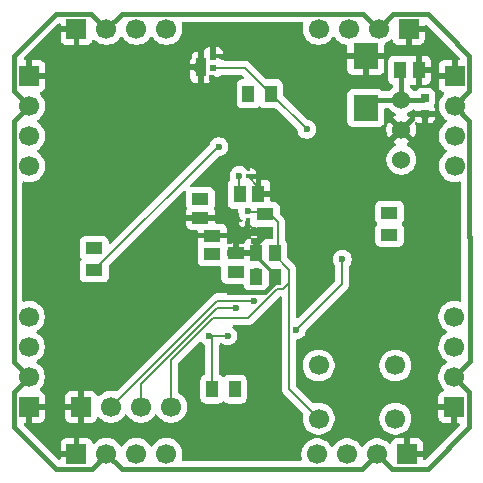
<source format=gbr>
%TF.GenerationSoftware,KiCad,Pcbnew,9.0.6*%
%TF.CreationDate,2025-12-07T19:13:54-08:00*%
%TF.ProjectId,redstone_block,72656473-746f-46e6-955f-626c6f636b2e,rev?*%
%TF.SameCoordinates,Original*%
%TF.FileFunction,Copper,L2,Bot*%
%TF.FilePolarity,Positive*%
%FSLAX46Y46*%
G04 Gerber Fmt 4.6, Leading zero omitted, Abs format (unit mm)*
G04 Created by KiCad (PCBNEW 9.0.6) date 2025-12-07 19:13:54*
%MOMM*%
%LPD*%
G01*
G04 APERTURE LIST*
%TA.AperFunction,ComponentPad*%
%ADD10C,1.524000*%
%TD*%
%TA.AperFunction,ComponentPad*%
%ADD11C,1.700000*%
%TD*%
%TA.AperFunction,HeatsinkPad*%
%ADD12C,0.600000*%
%TD*%
%TA.AperFunction,SMDPad,CuDef*%
%ADD13R,0.900000X1.600000*%
%TD*%
%TA.AperFunction,ComponentPad*%
%ADD14R,1.700000X1.700000*%
%TD*%
%TA.AperFunction,SMDPad,CuDef*%
%ADD15R,1.470000X1.020000*%
%TD*%
%TA.AperFunction,SMDPad,CuDef*%
%ADD16R,0.620000X0.600000*%
%TD*%
%TA.AperFunction,SMDPad,CuDef*%
%ADD17R,0.460000X0.420000*%
%TD*%
%TA.AperFunction,SMDPad,CuDef*%
%ADD18R,1.000000X1.450000*%
%TD*%
%TA.AperFunction,SMDPad,CuDef*%
%ADD19R,1.020000X1.470000*%
%TD*%
%TA.AperFunction,SMDPad,CuDef*%
%ADD20R,2.150000X2.200000*%
%TD*%
%TA.AperFunction,SMDPad,CuDef*%
%ADD21R,1.450000X1.000000*%
%TD*%
%TA.AperFunction,SMDPad,CuDef*%
%ADD22R,0.700000X0.650000*%
%TD*%
%TA.AperFunction,SMDPad,CuDef*%
%ADD23R,0.420000X0.460000*%
%TD*%
%TA.AperFunction,ViaPad*%
%ADD24C,0.600000*%
%TD*%
%TA.AperFunction,Conductor*%
%ADD25C,0.200000*%
%TD*%
%TA.AperFunction,Conductor*%
%ADD26C,0.600000*%
%TD*%
%TA.AperFunction,Conductor*%
%ADD27C,0.400000*%
%TD*%
%TA.AperFunction,Conductor*%
%ADD28C,0.300000*%
%TD*%
G04 APERTURE END LIST*
D10*
%TO.P,5v,1,Vin*%
%TO.N,VCC*%
X148500000Y-43000000D03*
%TO.P,5v,2,GND*%
%TO.N,GND*%
X148500000Y-45540000D03*
%TO.P,5v,3,Vout*%
%TO.N,/5V_LOCAL*%
X148500000Y-48080000D03*
%TD*%
D11*
%TO.P,SW1,1,A*%
%TO.N,/3.3V_LOCAL*%
X148000000Y-70000000D03*
X141500000Y-70000000D03*
%TO.P,SW1,2,B*%
%TO.N,Net-(SW1-B)*%
X148000000Y-65500000D03*
X141500000Y-65500000D03*
%TD*%
D12*
%TO.P,U3,9,PAD*%
%TO.N,GND*%
X131550000Y-40750000D03*
D13*
X131550000Y-40250000D03*
D12*
X131550000Y-39750000D03*
%TD*%
D14*
%TO.P,J9,1,Pin_1*%
%TO.N,GND*%
X121380000Y-69000000D03*
D11*
%TO.P,J9,2,Pin_2*%
%TO.N,Net-(J9-Pin_2)*%
X123920000Y-69000000D03*
%TO.P,J9,3,Pin_3*%
%TO.N,Net-(J9-Pin_3)*%
X126460000Y-69000000D03*
%TO.P,J9,4,Pin_4*%
%TO.N,/3.3V_LOCAL*%
X129000000Y-69000000D03*
%TD*%
D14*
%TO.P,J8,1,Pin_1*%
%TO.N,GND*%
X116975000Y-69000000D03*
D11*
%TO.P,J8,2,Pin_2*%
%TO.N,VCC*%
X116975000Y-66460000D03*
%TO.P,J8,3,Pin_3*%
%TO.N,/W_TX*%
X116975000Y-63920000D03*
%TO.P,J8,4,Pin_4*%
%TO.N,/W_RX*%
X116975000Y-61380000D03*
%TD*%
D14*
%TO.P,J4,1,Pin_1*%
%TO.N,GND*%
X153000000Y-69000000D03*
D11*
%TO.P,J4,2,Pin_2*%
%TO.N,VCC*%
X153000000Y-66460000D03*
%TO.P,J4,3,Pin_3*%
%TO.N,/E_TX*%
X153000000Y-63920000D03*
%TO.P,J4,4,Pin_4*%
%TO.N,/E_RX*%
X153000000Y-61380000D03*
%TD*%
D14*
%TO.P,J1,1,Pin_1*%
%TO.N,GND*%
X121000000Y-37000000D03*
D11*
%TO.P,J1,2,Pin_2*%
%TO.N,VCC*%
X123540000Y-37000000D03*
%TO.P,J1,3,Pin_3*%
%TO.N,/N_TX*%
X126080000Y-37000000D03*
%TO.P,J1,4,Pin_4*%
%TO.N,/N_RX*%
X128620000Y-37000000D03*
%TD*%
D14*
%TO.P,J2,1,Pin_1*%
%TO.N,GND*%
X149120000Y-37000000D03*
D11*
%TO.P,J2,2,Pin_2*%
%TO.N,VCC*%
X146580000Y-37000000D03*
%TO.P,J2,3,Pin_3*%
%TO.N,/N_TX*%
X144040000Y-37000000D03*
%TO.P,J2,4,Pin_4*%
%TO.N,/N_RX*%
X141500000Y-37000000D03*
%TD*%
D14*
%TO.P,J6,1,Pin_1*%
%TO.N,GND*%
X149000000Y-73025000D03*
D11*
%TO.P,J6,2,Pin_2*%
%TO.N,VCC*%
X146460000Y-73025000D03*
%TO.P,J6,3,Pin_3*%
%TO.N,/S_TX*%
X143920000Y-73025000D03*
%TO.P,J6,4,Pin_4*%
%TO.N,/S_RX*%
X141380000Y-73025000D03*
%TD*%
D14*
%TO.P,J5,1,Pin_1*%
%TO.N,GND*%
X121000000Y-73000000D03*
D11*
%TO.P,J5,2,Pin_2*%
%TO.N,VCC*%
X123540000Y-73000000D03*
%TO.P,J5,3,Pin_3*%
%TO.N,/S_TX*%
X126080000Y-73000000D03*
%TO.P,J5,4,Pin_4*%
%TO.N,/S_RX*%
X128620000Y-73000000D03*
%TD*%
D14*
%TO.P,J7,1,Pin_1*%
%TO.N,GND*%
X117000000Y-41000000D03*
D11*
%TO.P,J7,2,Pin_2*%
%TO.N,VCC*%
X117000000Y-43540000D03*
%TO.P,J7,3,Pin_3*%
%TO.N,/W_TX*%
X117000000Y-46080000D03*
%TO.P,J7,4,Pin_4*%
%TO.N,/W_RX*%
X117000000Y-48620000D03*
%TD*%
D14*
%TO.P,J3,1,Pin_1*%
%TO.N,GND*%
X153025000Y-41000000D03*
D11*
%TO.P,J3,2,Pin_2*%
%TO.N,VCC*%
X153025000Y-43540000D03*
%TO.P,J3,3,Pin_3*%
%TO.N,/E_TX*%
X153025000Y-46080000D03*
%TO.P,J3,4,Pin_4*%
%TO.N,/E_RX*%
X153025000Y-48620000D03*
%TD*%
D15*
%TO.P,C2,1,1*%
%TO.N,/3.3V_LOCAL*%
X131500000Y-51400000D03*
%TO.P,C2,2,2*%
%TO.N,GND*%
X131500000Y-53000000D03*
%TD*%
%TO.P,C2,1,1*%
%TO.N,/3.3V_LOCAL*%
X137000000Y-52700000D03*
%TO.P,C2,2,2*%
%TO.N,GND*%
X137000000Y-54300000D03*
%TD*%
D16*
%TO.P,C1,1,1*%
%TO.N,/5V_LOCAL*%
X132580000Y-40280000D03*
%TO.P,C1,2,2*%
%TO.N,GND*%
X132580000Y-39360000D03*
%TD*%
D15*
%TO.P,C2,1,1*%
%TO.N,/3.3V_LOCAL*%
X134500000Y-57600000D03*
%TO.P,C2,2,2*%
%TO.N,GND*%
X134500000Y-56000000D03*
%TD*%
D17*
%TO.P,C9,1,1*%
%TO.N,Net-(U1-VREG_VOUT)*%
X134840000Y-49500000D03*
%TO.P,C9,2,2*%
%TO.N,GND*%
X135500000Y-49500000D03*
%TD*%
D18*
%TO.P,200,1*%
%TO.N,/5V_LOCAL*%
X137450000Y-42500000D03*
%TO.P,200,2*%
%TO.N,Net-(D1-A)*%
X135550000Y-42500000D03*
%TD*%
D19*
%TO.P,C3,1,1*%
%TO.N,VCC*%
X148400000Y-40500000D03*
%TO.P,C3,2,2*%
%TO.N,GND*%
X150000000Y-40500000D03*
%TD*%
D20*
%TO.P,D19,1,K*%
%TO.N,VCC*%
X145500000Y-43700000D03*
%TO.P,D19,2,A*%
%TO.N,GND*%
X145500000Y-39300000D03*
%TD*%
D15*
%TO.P,C2,1,1*%
%TO.N,/3.3V_LOCAL*%
X132500000Y-56100000D03*
%TO.P,C2,2,2*%
%TO.N,GND*%
X132500000Y-54500000D03*
%TD*%
D19*
%TO.P,C10,1,1*%
%TO.N,Net-(U1-VREG_VOUT)*%
X134810000Y-51000000D03*
%TO.P,C10,2,2*%
%TO.N,GND*%
X136410000Y-51000000D03*
%TD*%
D21*
%TO.P,R2,1*%
%TO.N,/5V_LOCAL*%
X147500000Y-52550000D03*
%TO.P,R2,2*%
%TO.N,Net-(D2-A)*%
X147500000Y-54450000D03*
%TD*%
D19*
%TO.P,C10,1,1*%
%TO.N,Net-(U1-VREG_VOUT)*%
X136200000Y-58000000D03*
%TO.P,C10,2,2*%
%TO.N,GND*%
X137800000Y-58000000D03*
%TD*%
%TO.P,C2,1,1*%
%TO.N,/3.3V_LOCAL*%
X137800000Y-56000000D03*
%TO.P,C2,2,2*%
%TO.N,GND*%
X136200000Y-56000000D03*
%TD*%
D21*
%TO.P,R4,1*%
%TO.N,/5V_LOCAL*%
X122500000Y-57450000D03*
%TO.P,R4,2*%
%TO.N,Net-(D4-A)*%
X122500000Y-55550000D03*
%TD*%
D22*
%TO.P,C4,1,1*%
%TO.N,VCC*%
X150500000Y-42825000D03*
%TO.P,C4,2,2*%
%TO.N,GND*%
X150500000Y-44175000D03*
%TD*%
D18*
%TO.P,R3,1*%
%TO.N,/5V_LOCAL*%
X132500000Y-67500000D03*
%TO.P,R3,2*%
%TO.N,Net-(D3-A)*%
X134400000Y-67500000D03*
%TD*%
D23*
%TO.P,C11,1,1*%
%TO.N,/3.3V_LOCAL*%
X135500000Y-52500000D03*
%TO.P,C11,2,2*%
%TO.N,GND*%
X135500000Y-53160000D03*
%TD*%
D24*
%TO.N,/5V_LOCAL*%
X132200001Y-63000000D03*
X133036657Y-46981671D03*
X122500000Y-57450000D03*
X132580000Y-40280000D03*
X139600000Y-62500000D03*
X140501000Y-45500000D03*
X143500000Y-56500000D03*
X133800000Y-63000000D03*
X137450000Y-42500000D03*
X147500000Y-52550000D03*
%TO.N,GND*%
X135000000Y-56000000D03*
X132538845Y-39375000D03*
X134000000Y-42500000D03*
X132461137Y-41125000D03*
X134000000Y-54000000D03*
X149400000Y-57500000D03*
X134000000Y-56000000D03*
X136000000Y-55000000D03*
X136000000Y-56000000D03*
X122500000Y-54000000D03*
X122000000Y-51500000D03*
X135000000Y-55000000D03*
X133990306Y-59257819D03*
X135000000Y-54000000D03*
X130503362Y-39375000D03*
X136000000Y-54000000D03*
X121500000Y-42000000D03*
X134000000Y-55000000D03*
X147500000Y-56000000D03*
X138000000Y-61500000D03*
X139950000Y-42100000D03*
X124000000Y-49000000D03*
X136000000Y-67500000D03*
X133000000Y-69500000D03*
%TO.N,/3.3V_LOCAL*%
X137400000Y-52700000D03*
X134533207Y-57506166D03*
X132500000Y-56100000D03*
X131500000Y-51400000D03*
X137624698Y-56000134D03*
X135500000Y-52429998D03*
%TO.N,Net-(U1-VREG_VOUT)*%
X134770000Y-49421471D03*
X134999999Y-50645229D03*
X136300000Y-57500000D03*
%TO.N,Net-(D1-A)*%
X135800000Y-42500000D03*
%TO.N,Net-(D2-A)*%
X147500000Y-54200000D03*
%TO.N,Net-(D3-A)*%
X134200000Y-67500000D03*
%TO.N,Net-(D4-A)*%
X122500000Y-55800000D03*
%TO.N,Net-(J9-Pin_3)*%
X134500000Y-60600000D03*
%TO.N,Net-(J9-Pin_2)*%
X136000000Y-60000000D03*
%TD*%
D25*
%TO.N,/5V_LOCAL*%
X132580000Y-40280000D02*
X135230000Y-40280000D01*
X140501000Y-45500000D02*
X137501000Y-42500000D01*
X132968329Y-46981671D02*
X133036657Y-46981671D01*
X143500000Y-56500000D02*
X143500000Y-58600000D01*
X132200001Y-63000000D02*
X132500000Y-63000000D01*
X122500000Y-57450000D02*
X132968329Y-46981671D01*
X137501000Y-42500000D02*
X137450000Y-42500000D01*
X135230000Y-40280000D02*
X137450000Y-42500000D01*
X132500000Y-63000000D02*
X133800000Y-63000000D01*
X143500000Y-58600000D02*
X139600000Y-62500000D01*
X132500000Y-67500000D02*
X132500000Y-63000000D01*
D26*
%TO.N,GND*%
X136200000Y-55100000D02*
X137000000Y-54300000D01*
D27*
X137800000Y-58000000D02*
X137800000Y-58447000D01*
X136989181Y-59257819D02*
X133990306Y-59257819D01*
X137800000Y-58447000D02*
X136989181Y-59257819D01*
D25*
X136410000Y-51000000D02*
X136410000Y-50410000D01*
X135500000Y-53500000D02*
X135000000Y-54000000D01*
X135500000Y-53500000D02*
X136000000Y-54000000D01*
X136200000Y-56247000D02*
X136200000Y-56000000D01*
D28*
X137800000Y-57847000D02*
X136200000Y-56247000D01*
D25*
X136410000Y-50410000D02*
X135500000Y-49500000D01*
D26*
X136200000Y-56000000D02*
X136200000Y-55100000D01*
D25*
X135500000Y-53160000D02*
X135500000Y-53500000D01*
%TO.N,/3.3V_LOCAL*%
X139000000Y-58500000D02*
X138464000Y-59036000D01*
X139000000Y-58500000D02*
X139000000Y-67500000D01*
X135500000Y-61500000D02*
X132554200Y-61500000D01*
X135500000Y-52500000D02*
X136800000Y-52500000D01*
X137624698Y-56000134D02*
X139000000Y-57375436D01*
X129000000Y-65054200D02*
X129000000Y-69000000D01*
X137964000Y-59036000D02*
X135500000Y-61500000D01*
X136800000Y-52500000D02*
X137000000Y-52700000D01*
X139000000Y-67500000D02*
X141500000Y-70000000D01*
X138036000Y-55588832D02*
X138036000Y-53336000D01*
X132554200Y-61500000D02*
X129000000Y-65054200D01*
X138464000Y-59036000D02*
X137964000Y-59036000D01*
X138036000Y-53336000D02*
X137400000Y-52700000D01*
X139000000Y-57375436D02*
X139000000Y-58500000D01*
X137624698Y-56000134D02*
X138036000Y-55588832D01*
D27*
%TO.N,VCC*%
X146500000Y-37000000D02*
X145224000Y-35724000D01*
X153025000Y-43540000D02*
X154276000Y-44791000D01*
X124816000Y-35724000D02*
X123540000Y-37000000D01*
X150749000Y-35749000D02*
X152250000Y-37250000D01*
X153000000Y-66460000D02*
X154251000Y-67711000D01*
X119251000Y-74251000D02*
X115701000Y-70701000D01*
X123540000Y-73000000D02*
X122289000Y-74251000D01*
X154299000Y-65161000D02*
X153000000Y-66460000D01*
X154276000Y-39276000D02*
X154276000Y-42289000D01*
X122241000Y-35701000D02*
X123540000Y-37000000D01*
X150325000Y-43000000D02*
X150500000Y-42825000D01*
X146460000Y-73025000D02*
X145209000Y-74276000D01*
X146580000Y-37000000D02*
X146500000Y-37000000D01*
X146580000Y-37000000D02*
X147831000Y-35749000D01*
X147711000Y-74276000D02*
X146460000Y-73025000D01*
X154276000Y-54624000D02*
X154299000Y-54647000D01*
X154251000Y-70749000D02*
X150724000Y-74276000D01*
X154276000Y-42289000D02*
X153025000Y-43540000D01*
X150724000Y-74276000D02*
X147711000Y-74276000D01*
X154251000Y-67711000D02*
X154251000Y-70749000D01*
X124816000Y-74276000D02*
X123540000Y-73000000D01*
X116975000Y-66460000D02*
X115724000Y-65209000D01*
X115701000Y-70701000D02*
X115701000Y-67734000D01*
X115701000Y-39299000D02*
X119299000Y-35701000D01*
X148500000Y-43000000D02*
X150325000Y-43000000D01*
X148500000Y-43000000D02*
X148500000Y-40600000D01*
X147831000Y-35749000D02*
X150749000Y-35749000D01*
X154299000Y-54647000D02*
X154299000Y-65161000D01*
X154276000Y-44791000D02*
X154276000Y-54624000D01*
X148500000Y-40600000D02*
X148400000Y-40500000D01*
X115724000Y-65209000D02*
X115724000Y-44816000D01*
X119299000Y-35701000D02*
X122241000Y-35701000D01*
X146200000Y-43000000D02*
X145500000Y-43700000D01*
X122289000Y-74251000D02*
X119251000Y-74251000D01*
X115701000Y-67734000D02*
X116975000Y-66460000D01*
X152250000Y-37250000D02*
X154276000Y-39276000D01*
X115724000Y-44816000D02*
X117000000Y-43540000D01*
X115701000Y-42241000D02*
X115701000Y-39299000D01*
X145209000Y-74276000D02*
X124816000Y-74276000D01*
X117000000Y-43540000D02*
X115701000Y-42241000D01*
X145224000Y-35724000D02*
X124816000Y-35724000D01*
X148500000Y-43000000D02*
X146200000Y-43000000D01*
D25*
%TO.N,Net-(U1-VREG_VOUT)*%
X134770000Y-50415230D02*
X134999999Y-50645229D01*
X134770000Y-49421471D02*
X134770000Y-50415230D01*
%TO.N,Net-(D1-A)*%
X135550000Y-42500000D02*
X135800000Y-42500000D01*
%TO.N,Net-(D2-A)*%
X147500000Y-54450000D02*
X147500000Y-54200000D01*
%TO.N,Net-(D3-A)*%
X134400000Y-67500000D02*
X134200000Y-67500000D01*
%TO.N,Net-(D4-A)*%
X122500000Y-55550000D02*
X122500000Y-55800000D01*
%TO.N,Net-(J9-Pin_3)*%
X132887100Y-60600000D02*
X134500000Y-60600000D01*
X126460000Y-69000000D02*
X126460000Y-67027100D01*
X126460000Y-67027100D02*
X132887100Y-60600000D01*
%TO.N,Net-(J9-Pin_2)*%
X132920000Y-60000000D02*
X136000000Y-60000000D01*
X123920000Y-69000000D02*
X132920000Y-60000000D01*
%TD*%
%TA.AperFunction,Conductor*%
%TO.N,GND*%
G36*
X140163360Y-36444185D02*
G01*
X140209115Y-36496989D01*
X140219059Y-36566147D01*
X140214252Y-36586818D01*
X140182753Y-36683760D01*
X140172262Y-36750000D01*
X140149500Y-36893713D01*
X140149500Y-37106287D01*
X140159534Y-37169644D01*
X140182753Y-37316239D01*
X140248444Y-37518414D01*
X140344951Y-37707820D01*
X140469890Y-37879786D01*
X140620213Y-38030109D01*
X140792179Y-38155048D01*
X140792181Y-38155049D01*
X140792184Y-38155051D01*
X140981588Y-38251557D01*
X141183757Y-38317246D01*
X141393713Y-38350500D01*
X141393714Y-38350500D01*
X141606286Y-38350500D01*
X141606287Y-38350500D01*
X141816243Y-38317246D01*
X142018412Y-38251557D01*
X142207816Y-38155051D01*
X142294478Y-38092088D01*
X142379786Y-38030109D01*
X142379788Y-38030106D01*
X142379792Y-38030104D01*
X142530104Y-37879792D01*
X142530106Y-37879788D01*
X142530109Y-37879786D01*
X142655048Y-37707820D01*
X142655047Y-37707820D01*
X142655051Y-37707816D01*
X142659514Y-37699054D01*
X142707488Y-37648259D01*
X142775308Y-37631463D01*
X142841444Y-37653999D01*
X142880486Y-37699056D01*
X142884951Y-37707820D01*
X143009890Y-37879786D01*
X143160213Y-38030109D01*
X143332179Y-38155048D01*
X143332181Y-38155049D01*
X143332184Y-38155051D01*
X143417861Y-38198705D01*
X143521583Y-38251555D01*
X143521585Y-38251555D01*
X143521588Y-38251557D01*
X143598416Y-38276520D01*
X143723756Y-38317246D01*
X143752126Y-38321739D01*
X143820398Y-38332552D01*
X143883532Y-38362481D01*
X143920464Y-38421792D01*
X143925000Y-38455025D01*
X143925000Y-39050000D01*
X147075000Y-39050000D01*
X147075000Y-38339473D01*
X147094685Y-38272434D01*
X147142706Y-38228988D01*
X147287816Y-38155051D01*
X147459792Y-38030104D01*
X147573717Y-37916178D01*
X147635036Y-37882696D01*
X147704728Y-37887680D01*
X147760662Y-37929551D01*
X147777577Y-37960528D01*
X147826646Y-38092088D01*
X147826649Y-38092093D01*
X147912809Y-38207187D01*
X147912812Y-38207190D01*
X148027906Y-38293350D01*
X148027913Y-38293354D01*
X148162620Y-38343596D01*
X148162627Y-38343598D01*
X148222155Y-38349999D01*
X148222172Y-38350000D01*
X148870000Y-38350000D01*
X148870000Y-37433012D01*
X148927007Y-37465925D01*
X149054174Y-37500000D01*
X149185826Y-37500000D01*
X149312993Y-37465925D01*
X149370000Y-37433012D01*
X149370000Y-38350000D01*
X150017828Y-38350000D01*
X150017844Y-38349999D01*
X150077372Y-38343598D01*
X150077379Y-38343596D01*
X150212086Y-38293354D01*
X150212093Y-38293350D01*
X150327187Y-38207190D01*
X150327190Y-38207187D01*
X150413350Y-38092093D01*
X150413354Y-38092086D01*
X150463596Y-37957379D01*
X150463598Y-37957372D01*
X150469999Y-37897844D01*
X150470000Y-37897827D01*
X150470000Y-37250000D01*
X149553012Y-37250000D01*
X149585925Y-37192993D01*
X149620000Y-37065826D01*
X149620000Y-36934174D01*
X149585925Y-36807007D01*
X149553012Y-36750000D01*
X150470000Y-36750000D01*
X150474164Y-36745835D01*
X150489685Y-36692980D01*
X150542489Y-36647225D01*
X150611647Y-36637281D01*
X150675203Y-36666306D01*
X150681681Y-36672338D01*
X153447662Y-39438319D01*
X153481147Y-39499642D01*
X153476163Y-39569334D01*
X153434291Y-39625267D01*
X153368827Y-39649684D01*
X153359981Y-39650000D01*
X153275000Y-39650000D01*
X153275000Y-40566988D01*
X153217993Y-40534075D01*
X153090826Y-40500000D01*
X152959174Y-40500000D01*
X152832007Y-40534075D01*
X152775000Y-40566988D01*
X152775000Y-39650000D01*
X152127155Y-39650000D01*
X152067627Y-39656401D01*
X152067620Y-39656403D01*
X151932913Y-39706645D01*
X151932906Y-39706649D01*
X151817812Y-39792809D01*
X151817809Y-39792812D01*
X151731649Y-39907906D01*
X151731645Y-39907913D01*
X151681403Y-40042620D01*
X151681401Y-40042627D01*
X151675000Y-40102155D01*
X151675000Y-40750000D01*
X152591988Y-40750000D01*
X152559075Y-40807007D01*
X152525000Y-40934174D01*
X152525000Y-41065826D01*
X152559075Y-41192993D01*
X152591988Y-41250000D01*
X151675000Y-41250000D01*
X151675000Y-41897844D01*
X151681401Y-41957372D01*
X151681403Y-41957379D01*
X151731645Y-42092086D01*
X151731649Y-42092093D01*
X151817809Y-42207187D01*
X151817812Y-42207190D01*
X151932906Y-42293350D01*
X151932913Y-42293354D01*
X152064470Y-42342422D01*
X152120404Y-42384293D01*
X152144821Y-42449758D01*
X152129969Y-42518031D01*
X152108819Y-42546285D01*
X151994889Y-42660215D01*
X151869951Y-42832179D01*
X151773444Y-43021585D01*
X151707753Y-43223760D01*
X151674500Y-43433713D01*
X151674500Y-43646286D01*
X151701350Y-43815814D01*
X151707754Y-43856243D01*
X151742435Y-43962981D01*
X151773444Y-44058414D01*
X151869951Y-44247820D01*
X151994890Y-44419786D01*
X152145213Y-44570109D01*
X152317182Y-44695050D01*
X152325946Y-44699516D01*
X152376742Y-44747491D01*
X152393536Y-44815312D01*
X152370998Y-44881447D01*
X152325946Y-44920484D01*
X152317182Y-44924949D01*
X152145213Y-45049890D01*
X151994890Y-45200213D01*
X151869951Y-45372179D01*
X151773444Y-45561585D01*
X151707753Y-45763760D01*
X151674500Y-45973713D01*
X151674500Y-46186286D01*
X151692589Y-46300499D01*
X151707754Y-46396243D01*
X151732168Y-46471382D01*
X151773444Y-46598414D01*
X151869951Y-46787820D01*
X151994890Y-46959786D01*
X152145213Y-47110109D01*
X152317182Y-47235050D01*
X152325946Y-47239516D01*
X152376742Y-47287491D01*
X152393536Y-47355312D01*
X152370998Y-47421447D01*
X152325946Y-47460484D01*
X152317182Y-47464949D01*
X152145213Y-47589890D01*
X151994890Y-47740213D01*
X151869951Y-47912179D01*
X151773444Y-48101585D01*
X151707753Y-48303760D01*
X151674500Y-48513713D01*
X151674500Y-48726286D01*
X151707210Y-48932812D01*
X151707754Y-48936243D01*
X151742435Y-49042981D01*
X151773444Y-49138414D01*
X151869951Y-49327820D01*
X151994890Y-49499786D01*
X152145213Y-49650109D01*
X152317179Y-49775048D01*
X152317181Y-49775049D01*
X152317184Y-49775051D01*
X152506588Y-49871557D01*
X152708757Y-49937246D01*
X152918713Y-49970500D01*
X152918714Y-49970500D01*
X153131286Y-49970500D01*
X153131287Y-49970500D01*
X153341243Y-49937246D01*
X153413183Y-49913870D01*
X153483023Y-49911876D01*
X153542856Y-49947956D01*
X153573684Y-50010657D01*
X153575500Y-50031802D01*
X153575500Y-54555006D01*
X153575500Y-54692994D01*
X153575500Y-54692996D01*
X153575499Y-54692996D01*
X153596117Y-54796641D01*
X153598500Y-54820833D01*
X153598500Y-59983793D01*
X153578815Y-60050832D01*
X153526011Y-60096587D01*
X153456853Y-60106531D01*
X153436183Y-60101724D01*
X153316244Y-60062754D01*
X153316240Y-60062753D01*
X153154957Y-60037208D01*
X153106287Y-60029500D01*
X152893713Y-60029500D01*
X152845042Y-60037208D01*
X152683760Y-60062753D01*
X152481585Y-60128444D01*
X152292179Y-60224951D01*
X152120213Y-60349890D01*
X151969890Y-60500213D01*
X151844951Y-60672179D01*
X151748444Y-60861585D01*
X151682753Y-61063760D01*
X151649500Y-61273713D01*
X151649500Y-61486286D01*
X151675471Y-61650265D01*
X151682754Y-61696243D01*
X151738793Y-61868713D01*
X151748444Y-61898414D01*
X151844951Y-62087820D01*
X151969890Y-62259786D01*
X152120213Y-62410109D01*
X152292182Y-62535050D01*
X152300946Y-62539516D01*
X152351742Y-62587491D01*
X152368536Y-62655312D01*
X152345998Y-62721447D01*
X152300946Y-62760484D01*
X152292182Y-62764949D01*
X152120213Y-62889890D01*
X151969890Y-63040213D01*
X151844951Y-63212179D01*
X151748444Y-63401585D01*
X151682753Y-63603760D01*
X151660861Y-63741983D01*
X151649500Y-63813713D01*
X151649500Y-64026287D01*
X151682754Y-64236243D01*
X151686718Y-64248444D01*
X151748444Y-64438414D01*
X151844951Y-64627820D01*
X151969890Y-64799786D01*
X152120213Y-64950109D01*
X152292182Y-65075050D01*
X152300946Y-65079516D01*
X152351742Y-65127491D01*
X152368536Y-65195312D01*
X152345998Y-65261447D01*
X152300946Y-65300484D01*
X152292182Y-65304949D01*
X152120213Y-65429890D01*
X151969890Y-65580213D01*
X151844951Y-65752179D01*
X151748444Y-65941585D01*
X151682753Y-66143760D01*
X151649500Y-66353713D01*
X151649500Y-66566286D01*
X151682753Y-66776239D01*
X151748444Y-66978414D01*
X151844951Y-67167820D01*
X151969890Y-67339786D01*
X152083818Y-67453714D01*
X152117303Y-67515037D01*
X152112319Y-67584729D01*
X152070447Y-67640662D01*
X152039471Y-67657577D01*
X151907912Y-67706646D01*
X151907906Y-67706649D01*
X151792812Y-67792809D01*
X151792809Y-67792812D01*
X151706649Y-67907906D01*
X151706645Y-67907913D01*
X151656403Y-68042620D01*
X151656401Y-68042627D01*
X151650000Y-68102155D01*
X151650000Y-68750000D01*
X152566988Y-68750000D01*
X152534075Y-68807007D01*
X152500000Y-68934174D01*
X152500000Y-69065826D01*
X152534075Y-69192993D01*
X152566988Y-69250000D01*
X151650000Y-69250000D01*
X151650000Y-69897844D01*
X151656401Y-69957372D01*
X151656403Y-69957379D01*
X151706645Y-70092086D01*
X151706649Y-70092093D01*
X151792809Y-70207187D01*
X151792812Y-70207190D01*
X151907906Y-70293350D01*
X151907913Y-70293354D01*
X152042620Y-70343596D01*
X152042627Y-70343598D01*
X152102155Y-70349999D01*
X152102172Y-70350000D01*
X152750000Y-70350000D01*
X152750000Y-69433012D01*
X152807007Y-69465925D01*
X152934174Y-69500000D01*
X153065826Y-69500000D01*
X153192993Y-69465925D01*
X153250000Y-69433012D01*
X153250000Y-70350000D01*
X153359981Y-70350000D01*
X153427020Y-70369685D01*
X153472775Y-70422489D01*
X153482719Y-70491647D01*
X153453694Y-70555203D01*
X153447662Y-70561681D01*
X150561681Y-73447662D01*
X150500358Y-73481147D01*
X150430666Y-73476163D01*
X150374733Y-73434291D01*
X150350316Y-73368827D01*
X150350000Y-73359981D01*
X150350000Y-73275000D01*
X149433012Y-73275000D01*
X149465925Y-73217993D01*
X149500000Y-73090826D01*
X149500000Y-72959174D01*
X149465925Y-72832007D01*
X149433012Y-72775000D01*
X150350000Y-72775000D01*
X150350000Y-72127172D01*
X150349999Y-72127155D01*
X150343598Y-72067627D01*
X150343596Y-72067620D01*
X150293354Y-71932913D01*
X150293350Y-71932906D01*
X150207190Y-71817812D01*
X150207187Y-71817809D01*
X150092093Y-71731649D01*
X150092086Y-71731645D01*
X149957379Y-71681403D01*
X149957372Y-71681401D01*
X149897844Y-71675000D01*
X149250000Y-71675000D01*
X149250000Y-72591988D01*
X149192993Y-72559075D01*
X149065826Y-72525000D01*
X148934174Y-72525000D01*
X148807007Y-72559075D01*
X148750000Y-72591988D01*
X148750000Y-71675000D01*
X148102155Y-71675000D01*
X148042627Y-71681401D01*
X148042620Y-71681403D01*
X147907913Y-71731645D01*
X147907906Y-71731649D01*
X147792812Y-71817809D01*
X147792809Y-71817812D01*
X147706649Y-71932906D01*
X147706646Y-71932912D01*
X147657577Y-72064471D01*
X147615705Y-72120404D01*
X147550241Y-72144821D01*
X147481968Y-72129969D01*
X147453714Y-72108818D01*
X147339786Y-71994890D01*
X147167820Y-71869951D01*
X146978414Y-71773444D01*
X146978413Y-71773443D01*
X146978412Y-71773443D01*
X146776243Y-71707754D01*
X146776241Y-71707753D01*
X146776240Y-71707753D01*
X146614957Y-71682208D01*
X146566287Y-71674500D01*
X146353713Y-71674500D01*
X146305042Y-71682208D01*
X146143760Y-71707753D01*
X145941585Y-71773444D01*
X145752179Y-71869951D01*
X145580213Y-71994890D01*
X145429890Y-72145213D01*
X145304949Y-72317182D01*
X145300484Y-72325946D01*
X145252509Y-72376742D01*
X145184688Y-72393536D01*
X145118553Y-72370998D01*
X145079516Y-72325946D01*
X145075050Y-72317182D01*
X144950109Y-72145213D01*
X144799786Y-71994890D01*
X144627820Y-71869951D01*
X144438414Y-71773444D01*
X144438413Y-71773443D01*
X144438412Y-71773443D01*
X144236243Y-71707754D01*
X144236241Y-71707753D01*
X144236240Y-71707753D01*
X144074957Y-71682208D01*
X144026287Y-71674500D01*
X143813713Y-71674500D01*
X143765042Y-71682208D01*
X143603760Y-71707753D01*
X143401585Y-71773444D01*
X143212179Y-71869951D01*
X143040213Y-71994890D01*
X142889890Y-72145213D01*
X142764949Y-72317182D01*
X142760484Y-72325946D01*
X142712509Y-72376742D01*
X142644688Y-72393536D01*
X142578553Y-72370998D01*
X142539516Y-72325946D01*
X142535050Y-72317182D01*
X142410109Y-72145213D01*
X142259786Y-71994890D01*
X142087820Y-71869951D01*
X141898414Y-71773444D01*
X141898413Y-71773443D01*
X141898412Y-71773443D01*
X141696243Y-71707754D01*
X141696241Y-71707753D01*
X141696240Y-71707753D01*
X141534957Y-71682208D01*
X141486287Y-71674500D01*
X141273713Y-71674500D01*
X141225042Y-71682208D01*
X141063760Y-71707753D01*
X140861585Y-71773444D01*
X140672179Y-71869951D01*
X140500213Y-71994890D01*
X140349890Y-72145213D01*
X140224951Y-72317179D01*
X140128444Y-72506585D01*
X140062753Y-72708760D01*
X140029500Y-72918713D01*
X140029500Y-73131286D01*
X140058793Y-73316239D01*
X140062754Y-73341243D01*
X140068842Y-73359981D01*
X140086129Y-73413182D01*
X140088124Y-73483023D01*
X140052044Y-73542856D01*
X139989343Y-73573684D01*
X139968198Y-73575500D01*
X130023679Y-73575500D01*
X129956640Y-73555815D01*
X129910885Y-73503011D01*
X129900941Y-73433853D01*
X129905748Y-73413182D01*
X129909999Y-73400099D01*
X129937246Y-73316243D01*
X129970500Y-73106287D01*
X129970500Y-72893713D01*
X129937246Y-72683757D01*
X129871557Y-72481588D01*
X129775051Y-72292184D01*
X129775049Y-72292181D01*
X129775048Y-72292179D01*
X129650109Y-72120213D01*
X129499786Y-71969890D01*
X129327820Y-71844951D01*
X129138414Y-71748444D01*
X129138413Y-71748443D01*
X129138412Y-71748443D01*
X128936243Y-71682754D01*
X128936241Y-71682753D01*
X128936240Y-71682753D01*
X128774957Y-71657208D01*
X128726287Y-71649500D01*
X128513713Y-71649500D01*
X128465042Y-71657208D01*
X128303760Y-71682753D01*
X128101585Y-71748444D01*
X127912179Y-71844951D01*
X127740213Y-71969890D01*
X127589890Y-72120213D01*
X127464949Y-72292182D01*
X127460484Y-72300946D01*
X127412509Y-72351742D01*
X127344688Y-72368536D01*
X127278553Y-72345998D01*
X127239516Y-72300946D01*
X127235050Y-72292182D01*
X127110109Y-72120213D01*
X126959786Y-71969890D01*
X126787820Y-71844951D01*
X126598414Y-71748444D01*
X126598413Y-71748443D01*
X126598412Y-71748443D01*
X126396243Y-71682754D01*
X126396241Y-71682753D01*
X126396240Y-71682753D01*
X126234957Y-71657208D01*
X126186287Y-71649500D01*
X125973713Y-71649500D01*
X125925042Y-71657208D01*
X125763760Y-71682753D01*
X125561585Y-71748444D01*
X125372179Y-71844951D01*
X125200213Y-71969890D01*
X125049890Y-72120213D01*
X124924949Y-72292182D01*
X124920484Y-72300946D01*
X124872509Y-72351742D01*
X124804688Y-72368536D01*
X124738553Y-72345998D01*
X124699516Y-72300946D01*
X124695050Y-72292182D01*
X124570109Y-72120213D01*
X124419786Y-71969890D01*
X124247820Y-71844951D01*
X124058414Y-71748444D01*
X124058413Y-71748443D01*
X124058412Y-71748443D01*
X123856243Y-71682754D01*
X123856241Y-71682753D01*
X123856240Y-71682753D01*
X123694957Y-71657208D01*
X123646287Y-71649500D01*
X123433713Y-71649500D01*
X123385042Y-71657208D01*
X123223760Y-71682753D01*
X123021585Y-71748444D01*
X122832179Y-71844951D01*
X122660215Y-71969889D01*
X122546285Y-72083819D01*
X122484962Y-72117303D01*
X122415270Y-72112319D01*
X122359337Y-72070447D01*
X122342422Y-72039470D01*
X122293354Y-71907913D01*
X122293350Y-71907906D01*
X122207190Y-71792812D01*
X122207187Y-71792809D01*
X122092093Y-71706649D01*
X122092086Y-71706645D01*
X121957379Y-71656403D01*
X121957372Y-71656401D01*
X121897844Y-71650000D01*
X121250000Y-71650000D01*
X121250000Y-72566988D01*
X121192993Y-72534075D01*
X121065826Y-72500000D01*
X120934174Y-72500000D01*
X120807007Y-72534075D01*
X120750000Y-72566988D01*
X120750000Y-71650000D01*
X120102155Y-71650000D01*
X120042627Y-71656401D01*
X120042620Y-71656403D01*
X119907913Y-71706645D01*
X119907906Y-71706649D01*
X119792812Y-71792809D01*
X119792809Y-71792812D01*
X119706649Y-71907906D01*
X119706645Y-71907913D01*
X119656403Y-72042620D01*
X119656401Y-72042627D01*
X119650000Y-72102155D01*
X119650000Y-72750000D01*
X120566988Y-72750000D01*
X120534075Y-72807007D01*
X120500000Y-72934174D01*
X120500000Y-73065826D01*
X120534075Y-73192993D01*
X120566988Y-73250000D01*
X119650000Y-73250000D01*
X119650000Y-73359981D01*
X119630315Y-73427020D01*
X119577511Y-73472775D01*
X119508353Y-73482719D01*
X119444797Y-73453694D01*
X119438319Y-73447662D01*
X116552338Y-70561681D01*
X116518853Y-70500358D01*
X116523837Y-70430666D01*
X116565709Y-70374733D01*
X116631173Y-70350316D01*
X116640019Y-70350000D01*
X116725000Y-70350000D01*
X116725000Y-69433012D01*
X116782007Y-69465925D01*
X116909174Y-69500000D01*
X117040826Y-69500000D01*
X117167993Y-69465925D01*
X117225000Y-69433012D01*
X117225000Y-70350000D01*
X117872828Y-70350000D01*
X117872844Y-70349999D01*
X117932372Y-70343598D01*
X117932379Y-70343596D01*
X118067086Y-70293354D01*
X118067093Y-70293350D01*
X118182187Y-70207190D01*
X118182190Y-70207187D01*
X118268350Y-70092093D01*
X118268354Y-70092086D01*
X118318596Y-69957379D01*
X118318598Y-69957372D01*
X118324999Y-69897844D01*
X118325000Y-69897827D01*
X118325000Y-69250000D01*
X117408012Y-69250000D01*
X117440925Y-69192993D01*
X117475000Y-69065826D01*
X117475000Y-68934174D01*
X117440925Y-68807007D01*
X117408012Y-68750000D01*
X118325000Y-68750000D01*
X118325000Y-68102172D01*
X118324999Y-68102155D01*
X120030000Y-68102155D01*
X120030000Y-68750000D01*
X120946988Y-68750000D01*
X120914075Y-68807007D01*
X120880000Y-68934174D01*
X120880000Y-69065826D01*
X120914075Y-69192993D01*
X120946988Y-69250000D01*
X120030000Y-69250000D01*
X120030000Y-69897844D01*
X120036401Y-69957372D01*
X120036403Y-69957379D01*
X120086645Y-70092086D01*
X120086649Y-70092093D01*
X120172809Y-70207187D01*
X120172812Y-70207190D01*
X120287906Y-70293350D01*
X120287913Y-70293354D01*
X120422620Y-70343596D01*
X120422627Y-70343598D01*
X120482155Y-70349999D01*
X120482172Y-70350000D01*
X121130000Y-70350000D01*
X121130000Y-69433012D01*
X121187007Y-69465925D01*
X121314174Y-69500000D01*
X121445826Y-69500000D01*
X121572993Y-69465925D01*
X121630000Y-69433012D01*
X121630000Y-70350000D01*
X122277828Y-70350000D01*
X122277844Y-70349999D01*
X122337372Y-70343598D01*
X122337379Y-70343596D01*
X122472086Y-70293354D01*
X122472093Y-70293350D01*
X122587187Y-70207190D01*
X122587190Y-70207187D01*
X122673350Y-70092093D01*
X122673354Y-70092086D01*
X122722422Y-69960529D01*
X122764293Y-69904595D01*
X122829757Y-69880178D01*
X122898030Y-69895030D01*
X122926285Y-69916181D01*
X123040213Y-70030109D01*
X123212179Y-70155048D01*
X123212181Y-70155049D01*
X123212184Y-70155051D01*
X123401588Y-70251557D01*
X123603757Y-70317246D01*
X123813713Y-70350500D01*
X123813714Y-70350500D01*
X124026286Y-70350500D01*
X124026287Y-70350500D01*
X124236243Y-70317246D01*
X124438412Y-70251557D01*
X124627816Y-70155051D01*
X124649789Y-70139086D01*
X124799786Y-70030109D01*
X124799788Y-70030106D01*
X124799792Y-70030104D01*
X124950104Y-69879792D01*
X124950106Y-69879788D01*
X124950109Y-69879786D01*
X125075048Y-69707820D01*
X125075047Y-69707820D01*
X125075051Y-69707816D01*
X125079514Y-69699054D01*
X125127488Y-69648259D01*
X125195308Y-69631463D01*
X125261444Y-69653999D01*
X125300486Y-69699056D01*
X125304951Y-69707820D01*
X125429890Y-69879786D01*
X125580213Y-70030109D01*
X125752179Y-70155048D01*
X125752181Y-70155049D01*
X125752184Y-70155051D01*
X125941588Y-70251557D01*
X126143757Y-70317246D01*
X126353713Y-70350500D01*
X126353714Y-70350500D01*
X126566286Y-70350500D01*
X126566287Y-70350500D01*
X126776243Y-70317246D01*
X126978412Y-70251557D01*
X127167816Y-70155051D01*
X127189789Y-70139086D01*
X127339786Y-70030109D01*
X127339788Y-70030106D01*
X127339792Y-70030104D01*
X127490104Y-69879792D01*
X127490106Y-69879788D01*
X127490109Y-69879786D01*
X127615048Y-69707820D01*
X127615047Y-69707820D01*
X127615051Y-69707816D01*
X127619514Y-69699054D01*
X127667488Y-69648259D01*
X127735308Y-69631463D01*
X127801444Y-69653999D01*
X127840486Y-69699056D01*
X127844951Y-69707820D01*
X127969890Y-69879786D01*
X128120213Y-70030109D01*
X128292179Y-70155048D01*
X128292181Y-70155049D01*
X128292184Y-70155051D01*
X128481588Y-70251557D01*
X128683757Y-70317246D01*
X128893713Y-70350500D01*
X128893714Y-70350500D01*
X129106286Y-70350500D01*
X129106287Y-70350500D01*
X129316243Y-70317246D01*
X129518412Y-70251557D01*
X129707816Y-70155051D01*
X129729789Y-70139086D01*
X129879786Y-70030109D01*
X129879788Y-70030106D01*
X129879792Y-70030104D01*
X130030104Y-69879792D01*
X130030106Y-69879788D01*
X130030109Y-69879786D01*
X130155048Y-69707820D01*
X130155047Y-69707820D01*
X130155051Y-69707816D01*
X130251557Y-69518412D01*
X130317246Y-69316243D01*
X130350500Y-69106287D01*
X130350500Y-68893713D01*
X130317246Y-68683757D01*
X130251557Y-68481588D01*
X130155051Y-68292184D01*
X130155049Y-68292181D01*
X130155048Y-68292179D01*
X130030109Y-68120213D01*
X129879786Y-67969890D01*
X129707815Y-67844948D01*
X129707814Y-67844947D01*
X129668205Y-67824765D01*
X129617409Y-67776791D01*
X129600500Y-67714281D01*
X129600500Y-65354296D01*
X129620185Y-65287257D01*
X129636814Y-65266620D01*
X131398052Y-63505381D01*
X131459373Y-63471898D01*
X131529065Y-63476882D01*
X131572202Y-63507683D01*
X131573904Y-63505982D01*
X131689708Y-63621786D01*
X131689712Y-63621789D01*
X131820815Y-63709390D01*
X131820817Y-63709391D01*
X131820822Y-63709394D01*
X131822950Y-63710275D01*
X131823893Y-63711035D01*
X131826188Y-63712262D01*
X131825955Y-63712697D01*
X131877353Y-63754112D01*
X131899421Y-63820405D01*
X131899500Y-63824837D01*
X131899500Y-66192209D01*
X131879815Y-66259248D01*
X131827011Y-66305003D01*
X131818833Y-66308391D01*
X131757671Y-66331202D01*
X131757664Y-66331206D01*
X131642455Y-66417452D01*
X131642452Y-66417455D01*
X131556206Y-66532664D01*
X131556202Y-66532671D01*
X131505908Y-66667517D01*
X131499501Y-66727116D01*
X131499501Y-66727123D01*
X131499500Y-66727135D01*
X131499500Y-68272870D01*
X131499501Y-68272876D01*
X131505908Y-68332483D01*
X131556202Y-68467328D01*
X131556206Y-68467335D01*
X131642452Y-68582544D01*
X131642455Y-68582547D01*
X131757664Y-68668793D01*
X131757671Y-68668797D01*
X131892517Y-68719091D01*
X131892516Y-68719091D01*
X131899444Y-68719835D01*
X131952127Y-68725500D01*
X133047872Y-68725499D01*
X133107483Y-68719091D01*
X133242331Y-68668796D01*
X133357546Y-68582546D01*
X133357548Y-68582542D01*
X133362319Y-68577773D01*
X133423642Y-68544288D01*
X133493334Y-68549272D01*
X133537681Y-68577773D01*
X133542455Y-68582547D01*
X133657664Y-68668793D01*
X133657671Y-68668797D01*
X133792517Y-68719091D01*
X133792516Y-68719091D01*
X133799444Y-68719835D01*
X133852127Y-68725500D01*
X134947872Y-68725499D01*
X135007483Y-68719091D01*
X135142331Y-68668796D01*
X135257546Y-68582546D01*
X135343796Y-68467331D01*
X135394091Y-68332483D01*
X135400500Y-68272873D01*
X135400499Y-66727128D01*
X135394091Y-66667517D01*
X135389441Y-66655051D01*
X135343797Y-66532671D01*
X135343793Y-66532664D01*
X135257547Y-66417455D01*
X135257544Y-66417452D01*
X135142335Y-66331206D01*
X135142328Y-66331202D01*
X135007482Y-66280908D01*
X135007483Y-66280908D01*
X134947883Y-66274501D01*
X134947881Y-66274500D01*
X134947873Y-66274500D01*
X134947864Y-66274500D01*
X133852129Y-66274500D01*
X133852123Y-66274501D01*
X133792516Y-66280908D01*
X133657671Y-66331202D01*
X133657664Y-66331206D01*
X133542455Y-66417452D01*
X133537681Y-66422227D01*
X133476358Y-66455712D01*
X133406666Y-66450728D01*
X133362319Y-66422227D01*
X133357544Y-66417452D01*
X133242335Y-66331206D01*
X133242328Y-66331202D01*
X133181167Y-66308391D01*
X133125233Y-66266520D01*
X133100816Y-66201056D01*
X133100500Y-66192209D01*
X133100500Y-63727350D01*
X133120185Y-63660311D01*
X133172989Y-63614556D01*
X133242147Y-63604612D01*
X133293391Y-63624248D01*
X133420814Y-63709390D01*
X133420827Y-63709397D01*
X133566498Y-63769735D01*
X133566503Y-63769737D01*
X133721153Y-63800499D01*
X133721156Y-63800500D01*
X133721158Y-63800500D01*
X133878844Y-63800500D01*
X133878845Y-63800499D01*
X134033497Y-63769737D01*
X134179179Y-63709394D01*
X134310289Y-63621789D01*
X134421789Y-63510289D01*
X134509394Y-63379179D01*
X134569737Y-63233497D01*
X134600500Y-63078842D01*
X134600500Y-62921158D01*
X134600500Y-62921155D01*
X134600499Y-62921153D01*
X134569737Y-62766503D01*
X134556062Y-62733489D01*
X134509397Y-62620827D01*
X134509390Y-62620814D01*
X134421789Y-62489711D01*
X134421786Y-62489707D01*
X134310292Y-62378213D01*
X134310288Y-62378210D01*
X134234548Y-62327602D01*
X134189743Y-62273990D01*
X134181036Y-62204665D01*
X134211190Y-62141637D01*
X134270634Y-62104918D01*
X134303439Y-62100500D01*
X135413331Y-62100500D01*
X135413347Y-62100501D01*
X135420943Y-62100501D01*
X135579054Y-62100501D01*
X135579057Y-62100501D01*
X135731785Y-62059577D01*
X135781904Y-62030639D01*
X135868716Y-61980520D01*
X135980520Y-61868716D01*
X135980520Y-61868714D01*
X135990728Y-61858507D01*
X135990729Y-61858504D01*
X138176416Y-59672819D01*
X138203343Y-59658115D01*
X138229162Y-59641523D01*
X138235362Y-59640631D01*
X138237739Y-59639334D01*
X138264097Y-59636500D01*
X138275500Y-59636500D01*
X138342539Y-59656185D01*
X138388294Y-59708989D01*
X138399500Y-59760500D01*
X138399500Y-67413330D01*
X138399499Y-67413348D01*
X138399499Y-67579054D01*
X138399498Y-67579054D01*
X138440423Y-67731785D01*
X138450041Y-67748443D01*
X138450042Y-67748446D01*
X138519475Y-67868709D01*
X138519481Y-67868717D01*
X138638349Y-67987585D01*
X138638355Y-67987590D01*
X140166241Y-69515476D01*
X140199726Y-69576799D01*
X140196492Y-69641473D01*
X140182753Y-69683757D01*
X140149500Y-69893713D01*
X140149500Y-70106286D01*
X140179128Y-70293354D01*
X140182754Y-70316243D01*
X140239746Y-70491647D01*
X140248444Y-70518414D01*
X140344951Y-70707820D01*
X140469890Y-70879786D01*
X140620213Y-71030109D01*
X140792179Y-71155048D01*
X140792181Y-71155049D01*
X140792184Y-71155051D01*
X140981588Y-71251557D01*
X141183757Y-71317246D01*
X141393713Y-71350500D01*
X141393714Y-71350500D01*
X141606286Y-71350500D01*
X141606287Y-71350500D01*
X141816243Y-71317246D01*
X142018412Y-71251557D01*
X142207816Y-71155051D01*
X142229789Y-71139086D01*
X142379786Y-71030109D01*
X142379788Y-71030106D01*
X142379792Y-71030104D01*
X142530104Y-70879792D01*
X142530106Y-70879788D01*
X142530109Y-70879786D01*
X142655048Y-70707820D01*
X142655047Y-70707820D01*
X142655051Y-70707816D01*
X142751557Y-70518412D01*
X142817246Y-70316243D01*
X142850500Y-70106287D01*
X142850500Y-69893713D01*
X146649500Y-69893713D01*
X146649500Y-70106286D01*
X146679128Y-70293354D01*
X146682754Y-70316243D01*
X146739746Y-70491647D01*
X146748444Y-70518414D01*
X146844951Y-70707820D01*
X146969890Y-70879786D01*
X147120213Y-71030109D01*
X147292179Y-71155048D01*
X147292181Y-71155049D01*
X147292184Y-71155051D01*
X147481588Y-71251557D01*
X147683757Y-71317246D01*
X147893713Y-71350500D01*
X147893714Y-71350500D01*
X148106286Y-71350500D01*
X148106287Y-71350500D01*
X148316243Y-71317246D01*
X148518412Y-71251557D01*
X148707816Y-71155051D01*
X148729789Y-71139086D01*
X148879786Y-71030109D01*
X148879788Y-71030106D01*
X148879792Y-71030104D01*
X149030104Y-70879792D01*
X149030106Y-70879788D01*
X149030109Y-70879786D01*
X149155048Y-70707820D01*
X149155047Y-70707820D01*
X149155051Y-70707816D01*
X149251557Y-70518412D01*
X149317246Y-70316243D01*
X149350500Y-70106287D01*
X149350500Y-69893713D01*
X149317246Y-69683757D01*
X149251557Y-69481588D01*
X149155051Y-69292184D01*
X149155049Y-69292181D01*
X149140040Y-69271522D01*
X149140039Y-69271521D01*
X149030109Y-69120214D01*
X149030105Y-69120209D01*
X148879786Y-68969890D01*
X148707820Y-68844951D01*
X148518414Y-68748444D01*
X148518413Y-68748443D01*
X148518412Y-68748443D01*
X148316243Y-68682754D01*
X148316241Y-68682753D01*
X148316240Y-68682753D01*
X148154957Y-68657208D01*
X148106287Y-68649500D01*
X147893713Y-68649500D01*
X147845042Y-68657208D01*
X147683760Y-68682753D01*
X147481585Y-68748444D01*
X147292179Y-68844951D01*
X147120213Y-68969890D01*
X146969890Y-69120213D01*
X146844951Y-69292179D01*
X146748444Y-69481585D01*
X146682753Y-69683760D01*
X146649500Y-69893713D01*
X142850500Y-69893713D01*
X142817246Y-69683757D01*
X142751557Y-69481588D01*
X142655051Y-69292184D01*
X142655049Y-69292181D01*
X142655048Y-69292179D01*
X142530109Y-69120213D01*
X142379786Y-68969890D01*
X142207820Y-68844951D01*
X142018414Y-68748444D01*
X142018413Y-68748443D01*
X142018412Y-68748443D01*
X141816243Y-68682754D01*
X141816241Y-68682753D01*
X141816240Y-68682753D01*
X141654957Y-68657208D01*
X141606287Y-68649500D01*
X141393713Y-68649500D01*
X141365006Y-68654046D01*
X141183757Y-68682753D01*
X141141473Y-68696492D01*
X141071632Y-68698486D01*
X141015476Y-68666241D01*
X139636819Y-67287584D01*
X139603334Y-67226261D01*
X139600500Y-67199903D01*
X139600500Y-65393713D01*
X140149500Y-65393713D01*
X140149500Y-65606287D01*
X140182754Y-65816243D01*
X140234713Y-65976157D01*
X140248444Y-66018414D01*
X140344951Y-66207820D01*
X140469890Y-66379786D01*
X140620213Y-66530109D01*
X140792179Y-66655048D01*
X140792181Y-66655049D01*
X140792184Y-66655051D01*
X140981588Y-66751557D01*
X141183757Y-66817246D01*
X141393713Y-66850500D01*
X141393714Y-66850500D01*
X141606286Y-66850500D01*
X141606287Y-66850500D01*
X141816243Y-66817246D01*
X142018412Y-66751557D01*
X142207816Y-66655051D01*
X142229789Y-66639086D01*
X142379786Y-66530109D01*
X142379788Y-66530106D01*
X142379792Y-66530104D01*
X142530104Y-66379792D01*
X142530106Y-66379788D01*
X142530109Y-66379786D01*
X142655048Y-66207820D01*
X142655047Y-66207820D01*
X142655051Y-66207816D01*
X142751557Y-66018412D01*
X142817246Y-65816243D01*
X142850500Y-65606287D01*
X142850500Y-65393713D01*
X146649500Y-65393713D01*
X146649500Y-65606287D01*
X146682754Y-65816243D01*
X146734713Y-65976157D01*
X146748444Y-66018414D01*
X146844951Y-66207820D01*
X146969890Y-66379786D01*
X147120213Y-66530109D01*
X147292179Y-66655048D01*
X147292181Y-66655049D01*
X147292184Y-66655051D01*
X147481588Y-66751557D01*
X147683757Y-66817246D01*
X147893713Y-66850500D01*
X147893714Y-66850500D01*
X148106286Y-66850500D01*
X148106287Y-66850500D01*
X148316243Y-66817246D01*
X148518412Y-66751557D01*
X148707816Y-66655051D01*
X148729789Y-66639086D01*
X148879786Y-66530109D01*
X148879788Y-66530106D01*
X148879792Y-66530104D01*
X149030104Y-66379792D01*
X149030106Y-66379788D01*
X149030109Y-66379786D01*
X149155048Y-66207820D01*
X149155047Y-66207820D01*
X149155051Y-66207816D01*
X149251557Y-66018412D01*
X149317246Y-65816243D01*
X149350500Y-65606287D01*
X149350500Y-65393713D01*
X149317246Y-65183757D01*
X149251557Y-64981588D01*
X149155051Y-64792184D01*
X149155049Y-64792181D01*
X149155048Y-64792179D01*
X149030109Y-64620213D01*
X148879786Y-64469890D01*
X148707820Y-64344951D01*
X148518414Y-64248444D01*
X148518413Y-64248443D01*
X148518412Y-64248443D01*
X148316243Y-64182754D01*
X148316241Y-64182753D01*
X148316240Y-64182753D01*
X148154957Y-64157208D01*
X148106287Y-64149500D01*
X147893713Y-64149500D01*
X147845042Y-64157208D01*
X147683760Y-64182753D01*
X147481585Y-64248444D01*
X147292179Y-64344951D01*
X147120213Y-64469890D01*
X146969890Y-64620213D01*
X146844951Y-64792179D01*
X146748444Y-64981585D01*
X146682753Y-65183760D01*
X146655743Y-65354296D01*
X146649500Y-65393713D01*
X142850500Y-65393713D01*
X142817246Y-65183757D01*
X142751557Y-64981588D01*
X142655051Y-64792184D01*
X142655049Y-64792181D01*
X142655048Y-64792179D01*
X142530109Y-64620213D01*
X142379786Y-64469890D01*
X142207820Y-64344951D01*
X142018414Y-64248444D01*
X142018413Y-64248443D01*
X142018412Y-64248443D01*
X141816243Y-64182754D01*
X141816241Y-64182753D01*
X141816240Y-64182753D01*
X141654957Y-64157208D01*
X141606287Y-64149500D01*
X141393713Y-64149500D01*
X141345042Y-64157208D01*
X141183760Y-64182753D01*
X140981585Y-64248444D01*
X140792179Y-64344951D01*
X140620213Y-64469890D01*
X140469890Y-64620213D01*
X140344951Y-64792179D01*
X140248444Y-64981585D01*
X140182753Y-65183760D01*
X140155743Y-65354296D01*
X140149500Y-65393713D01*
X139600500Y-65393713D01*
X139600500Y-63417847D01*
X139620185Y-63350808D01*
X139672989Y-63305053D01*
X139700309Y-63296230D01*
X139716291Y-63293050D01*
X139833497Y-63269737D01*
X139972443Y-63212184D01*
X139979172Y-63209397D01*
X139979172Y-63209396D01*
X139979179Y-63209394D01*
X140110289Y-63121789D01*
X140221789Y-63010289D01*
X140309394Y-62879179D01*
X140369737Y-62733497D01*
X140393267Y-62615207D01*
X140400638Y-62578150D01*
X140433023Y-62516239D01*
X140434519Y-62514715D01*
X143868713Y-59080521D01*
X143868716Y-59080520D01*
X143980520Y-58968716D01*
X144030639Y-58881904D01*
X144059577Y-58831785D01*
X144100501Y-58679057D01*
X144100501Y-58520943D01*
X144100501Y-58513348D01*
X144100500Y-58513330D01*
X144100500Y-57079765D01*
X144120185Y-57012726D01*
X144121398Y-57010874D01*
X144209390Y-56879185D01*
X144209390Y-56879184D01*
X144209394Y-56879179D01*
X144269737Y-56733497D01*
X144300500Y-56578842D01*
X144300500Y-56421158D01*
X144300500Y-56421155D01*
X144300499Y-56421153D01*
X144274875Y-56292335D01*
X144269737Y-56266503D01*
X144254748Y-56230315D01*
X144209397Y-56120827D01*
X144209390Y-56120814D01*
X144121789Y-55989711D01*
X144121786Y-55989707D01*
X144010292Y-55878213D01*
X144010288Y-55878210D01*
X143879185Y-55790609D01*
X143879172Y-55790602D01*
X143733501Y-55730264D01*
X143733489Y-55730261D01*
X143578845Y-55699500D01*
X143578842Y-55699500D01*
X143421158Y-55699500D01*
X143421155Y-55699500D01*
X143266510Y-55730261D01*
X143266498Y-55730264D01*
X143120827Y-55790602D01*
X143120814Y-55790609D01*
X142989711Y-55878210D01*
X142989707Y-55878213D01*
X142878213Y-55989707D01*
X142878210Y-55989711D01*
X142790609Y-56120814D01*
X142790602Y-56120827D01*
X142730264Y-56266498D01*
X142730261Y-56266510D01*
X142699500Y-56421153D01*
X142699500Y-56578846D01*
X142730261Y-56733489D01*
X142730264Y-56733501D01*
X142790602Y-56879172D01*
X142790609Y-56879185D01*
X142878602Y-57010874D01*
X142899480Y-57077551D01*
X142899500Y-57079765D01*
X142899500Y-58299903D01*
X142879815Y-58366942D01*
X142863181Y-58387584D01*
X139812181Y-61438584D01*
X139750858Y-61472069D01*
X139681166Y-61467085D01*
X139625233Y-61425213D01*
X139600816Y-61359749D01*
X139600500Y-61350903D01*
X139600500Y-57464496D01*
X139600501Y-57464483D01*
X139600501Y-57296380D01*
X139583920Y-57234499D01*
X139559577Y-57143652D01*
X139519211Y-57073735D01*
X139480524Y-57006726D01*
X139480518Y-57006718D01*
X138846818Y-56373018D01*
X138813333Y-56311695D01*
X138810499Y-56285337D01*
X138810499Y-55217129D01*
X138810498Y-55217123D01*
X138808342Y-55197069D01*
X138804091Y-55157517D01*
X138778722Y-55089500D01*
X138753797Y-55022671D01*
X138753793Y-55022664D01*
X138662232Y-54900355D01*
X138664944Y-54898324D01*
X138639321Y-54851342D01*
X138636500Y-54825045D01*
X138636500Y-53425059D01*
X138636501Y-53425046D01*
X138636501Y-53256945D01*
X138636501Y-53256943D01*
X138595577Y-53104215D01*
X138582783Y-53082056D01*
X138565307Y-53051786D01*
X138565307Y-53051785D01*
X138516524Y-52967290D01*
X138516521Y-52967286D01*
X138516520Y-52967284D01*
X138404716Y-52855480D01*
X138404715Y-52855479D01*
X138400385Y-52851149D01*
X138400374Y-52851139D01*
X138271818Y-52722583D01*
X138238333Y-52661260D01*
X138235499Y-52634902D01*
X138235499Y-52142129D01*
X138235498Y-52142123D01*
X138229091Y-52082516D01*
X138214031Y-52042139D01*
X138199111Y-52002135D01*
X146274500Y-52002135D01*
X146274500Y-53097870D01*
X146274501Y-53097876D01*
X146280908Y-53157483D01*
X146331202Y-53292328D01*
X146331206Y-53292335D01*
X146417452Y-53407544D01*
X146422227Y-53412319D01*
X146455712Y-53473642D01*
X146450728Y-53543334D01*
X146422227Y-53587681D01*
X146417452Y-53592455D01*
X146331206Y-53707664D01*
X146331202Y-53707671D01*
X146280908Y-53842517D01*
X146274501Y-53902116D01*
X146274501Y-53902123D01*
X146274500Y-53902135D01*
X146274500Y-54997870D01*
X146274501Y-54997876D01*
X146280908Y-55057483D01*
X146331202Y-55192328D01*
X146331206Y-55192335D01*
X146417452Y-55307544D01*
X146417455Y-55307547D01*
X146532664Y-55393793D01*
X146532671Y-55393797D01*
X146667517Y-55444091D01*
X146667516Y-55444091D01*
X146674444Y-55444835D01*
X146727127Y-55450500D01*
X148272872Y-55450499D01*
X148332483Y-55444091D01*
X148467331Y-55393796D01*
X148582546Y-55307546D01*
X148668796Y-55192331D01*
X148719091Y-55057483D01*
X148725500Y-54997873D01*
X148725499Y-53902128D01*
X148719091Y-53842517D01*
X148715673Y-53833354D01*
X148668797Y-53707671D01*
X148668793Y-53707664D01*
X148582547Y-53592455D01*
X148577773Y-53587681D01*
X148544288Y-53526358D01*
X148549272Y-53456666D01*
X148577773Y-53412319D01*
X148582542Y-53407548D01*
X148582546Y-53407546D01*
X148668796Y-53292331D01*
X148719091Y-53157483D01*
X148725500Y-53097873D01*
X148725499Y-52002128D01*
X148719091Y-51942517D01*
X148678039Y-51832452D01*
X148668797Y-51807671D01*
X148668793Y-51807664D01*
X148582547Y-51692455D01*
X148582544Y-51692452D01*
X148467335Y-51606206D01*
X148467328Y-51606202D01*
X148332482Y-51555908D01*
X148332483Y-51555908D01*
X148272883Y-51549501D01*
X148272881Y-51549500D01*
X148272873Y-51549500D01*
X148272864Y-51549500D01*
X146727129Y-51549500D01*
X146727123Y-51549501D01*
X146667516Y-51555908D01*
X146532671Y-51606202D01*
X146532664Y-51606206D01*
X146417455Y-51692452D01*
X146417452Y-51692455D01*
X146331206Y-51807664D01*
X146331202Y-51807671D01*
X146280908Y-51942517D01*
X146274501Y-52002116D01*
X146274501Y-52002123D01*
X146274500Y-52002135D01*
X138199111Y-52002135D01*
X138178797Y-51947671D01*
X138178793Y-51947664D01*
X138092547Y-51832455D01*
X138092544Y-51832452D01*
X137977335Y-51746206D01*
X137977328Y-51746202D01*
X137842482Y-51695908D01*
X137842483Y-51695908D01*
X137782883Y-51689501D01*
X137782881Y-51689500D01*
X137782873Y-51689500D01*
X137782865Y-51689500D01*
X137544000Y-51689500D01*
X137476961Y-51669815D01*
X137431206Y-51617011D01*
X137420000Y-51565500D01*
X137420000Y-51250000D01*
X136534000Y-51250000D01*
X136466961Y-51230315D01*
X136421206Y-51177511D01*
X136410000Y-51126000D01*
X136410000Y-51000000D01*
X136284000Y-51000000D01*
X136216961Y-50980315D01*
X136171206Y-50927511D01*
X136160000Y-50876000D01*
X136160000Y-50750000D01*
X136660000Y-50750000D01*
X137420000Y-50750000D01*
X137420000Y-50217172D01*
X137419999Y-50217155D01*
X137413598Y-50157627D01*
X137413596Y-50157620D01*
X137363354Y-50022913D01*
X137363350Y-50022906D01*
X137277190Y-49907812D01*
X137277187Y-49907809D01*
X137162093Y-49821649D01*
X137162086Y-49821645D01*
X137027379Y-49771403D01*
X137027372Y-49771401D01*
X136967844Y-49765000D01*
X136660000Y-49765000D01*
X136660000Y-50750000D01*
X136160000Y-50750000D01*
X136160000Y-49710000D01*
X135694500Y-49710000D01*
X135685814Y-49707449D01*
X135676853Y-49708738D01*
X135652812Y-49697759D01*
X135627461Y-49690315D01*
X135621533Y-49683474D01*
X135613297Y-49679713D01*
X135599007Y-49657478D01*
X135581706Y-49637511D01*
X135579418Y-49626996D01*
X135575523Y-49620935D01*
X135570500Y-49586000D01*
X135570500Y-49414000D01*
X135590185Y-49346961D01*
X135642989Y-49301206D01*
X135694500Y-49290000D01*
X136230000Y-49290000D01*
X136230000Y-49242172D01*
X136229999Y-49242155D01*
X136223598Y-49182627D01*
X136223596Y-49182620D01*
X136173354Y-49047913D01*
X136173350Y-49047906D01*
X136087190Y-48932812D01*
X136087187Y-48932809D01*
X135972093Y-48846649D01*
X135972086Y-48846645D01*
X135837379Y-48796403D01*
X135837372Y-48796401D01*
X135777844Y-48790000D01*
X135710000Y-48790000D01*
X135710000Y-48937206D01*
X135703322Y-48959946D01*
X135701019Y-48983539D01*
X135693659Y-48992856D01*
X135690315Y-49004245D01*
X135672403Y-49019765D01*
X135657710Y-49038367D01*
X135646482Y-49042226D01*
X135637511Y-49050000D01*
X135614051Y-49053373D01*
X135591635Y-49061078D01*
X135580103Y-49058254D01*
X135568353Y-49059944D01*
X135546791Y-49050097D01*
X135523770Y-49044460D01*
X135512502Y-49034437D01*
X135504797Y-49030919D01*
X135496074Y-49022583D01*
X135491074Y-49017317D01*
X135427546Y-48932454D01*
X135369928Y-48889321D01*
X135326319Y-48845712D01*
X135302992Y-48802992D01*
X135284423Y-48784423D01*
X135236375Y-48770315D01*
X135234523Y-48769102D01*
X135149185Y-48712080D01*
X135149172Y-48712073D01*
X135003501Y-48651735D01*
X135003489Y-48651732D01*
X134848845Y-48620971D01*
X134848842Y-48620971D01*
X134691158Y-48620971D01*
X134691155Y-48620971D01*
X134536510Y-48651732D01*
X134536498Y-48651735D01*
X134390827Y-48712073D01*
X134390814Y-48712080D01*
X134259711Y-48799681D01*
X134259707Y-48799684D01*
X134148213Y-48911178D01*
X134148210Y-48911182D01*
X134060609Y-49042285D01*
X134060602Y-49042298D01*
X134000264Y-49187969D01*
X134000261Y-49187981D01*
X133969500Y-49342624D01*
X133969500Y-49500317D01*
X134000261Y-49654960D01*
X134000264Y-49654972D01*
X134029547Y-49725668D01*
X134037016Y-49795138D01*
X134005740Y-49857617D01*
X133989298Y-49872386D01*
X133942452Y-49907455D01*
X133856206Y-50022664D01*
X133856202Y-50022671D01*
X133805908Y-50157517D01*
X133799501Y-50217116D01*
X133799500Y-50217135D01*
X133799500Y-51782870D01*
X133799501Y-51782876D01*
X133805908Y-51842483D01*
X133856202Y-51977328D01*
X133856206Y-51977335D01*
X133942452Y-52092544D01*
X133942455Y-52092547D01*
X134057664Y-52178793D01*
X134057671Y-52178797D01*
X134102618Y-52195561D01*
X134192517Y-52229091D01*
X134252127Y-52235500D01*
X134575501Y-52235499D01*
X134642539Y-52255183D01*
X134688294Y-52307987D01*
X134699500Y-52359499D01*
X134699500Y-52508844D01*
X134730261Y-52663487D01*
X134730264Y-52663499D01*
X134784243Y-52793816D01*
X134792972Y-52854520D01*
X134790000Y-52882165D01*
X134790000Y-52950000D01*
X134799194Y-52959194D01*
X134827546Y-52965554D01*
X134831179Y-52968722D01*
X134834456Y-52969685D01*
X134855663Y-52986888D01*
X134861615Y-52992917D01*
X134932454Y-53087546D01*
X135018937Y-53152287D01*
X135025453Y-53158888D01*
X135037783Y-53181820D01*
X135053389Y-53202667D01*
X135054063Y-53212098D01*
X135058541Y-53220426D01*
X135056515Y-53246385D01*
X135058373Y-53272359D01*
X135053841Y-53280657D01*
X135053106Y-53290084D01*
X135037365Y-53310829D01*
X135024887Y-53333682D01*
X135016589Y-53338212D01*
X135010874Y-53345746D01*
X134986413Y-53354689D01*
X134963564Y-53367166D01*
X134947593Y-53368883D01*
X134945253Y-53369739D01*
X134943432Y-53369330D01*
X134937207Y-53370000D01*
X134790000Y-53370000D01*
X134790000Y-53437844D01*
X134796401Y-53497372D01*
X134796403Y-53497379D01*
X134846645Y-53632086D01*
X134846649Y-53632093D01*
X134932809Y-53747187D01*
X134932812Y-53747190D01*
X135047906Y-53833350D01*
X135047913Y-53833354D01*
X135182620Y-53883596D01*
X135182627Y-53883598D01*
X135242155Y-53889999D01*
X135242172Y-53890000D01*
X135290000Y-53890000D01*
X135290000Y-53354499D01*
X135292550Y-53345813D01*
X135291262Y-53336852D01*
X135302240Y-53312811D01*
X135309685Y-53287460D01*
X135316525Y-53281532D01*
X135320287Y-53273296D01*
X135342521Y-53259006D01*
X135362489Y-53241705D01*
X135373003Y-53239417D01*
X135379065Y-53235522D01*
X135413995Y-53230499D01*
X135586001Y-53230499D01*
X135653039Y-53250184D01*
X135698794Y-53302988D01*
X135710000Y-53354499D01*
X135710000Y-53890000D01*
X135728681Y-53908681D01*
X135762166Y-53970004D01*
X135765000Y-53996362D01*
X135765000Y-54050000D01*
X136876000Y-54050000D01*
X136943039Y-54069685D01*
X136988794Y-54122489D01*
X137000000Y-54174000D01*
X137000000Y-54426000D01*
X136980315Y-54493039D01*
X136927511Y-54538794D01*
X136876000Y-54550000D01*
X135765000Y-54550000D01*
X135765000Y-54641000D01*
X135745315Y-54708039D01*
X135692511Y-54753794D01*
X135645436Y-54764034D01*
X135645463Y-54764540D01*
X135645475Y-54764644D01*
X135645469Y-54764644D01*
X135645479Y-54764823D01*
X135642155Y-54765000D01*
X135582627Y-54771401D01*
X135582620Y-54771403D01*
X135447913Y-54821645D01*
X135447906Y-54821649D01*
X135332814Y-54907808D01*
X135332806Y-54907815D01*
X135308482Y-54940310D01*
X135252549Y-54982182D01*
X135209215Y-54990000D01*
X134750000Y-54990000D01*
X134750000Y-55750000D01*
X136076000Y-55750000D01*
X136143039Y-55769685D01*
X136188794Y-55822489D01*
X136200000Y-55874000D01*
X136200000Y-56126000D01*
X136180315Y-56193039D01*
X136127511Y-56238794D01*
X136076000Y-56250000D01*
X134624000Y-56250000D01*
X134556961Y-56230315D01*
X134511206Y-56177511D01*
X134500000Y-56126000D01*
X134500000Y-56000000D01*
X134374000Y-56000000D01*
X134306961Y-55980315D01*
X134261206Y-55927511D01*
X134250000Y-55876000D01*
X134250000Y-54990000D01*
X133859000Y-54990000D01*
X133791961Y-54970315D01*
X133746206Y-54917511D01*
X133735000Y-54866000D01*
X133735000Y-54750000D01*
X131265000Y-54750000D01*
X131265000Y-55057844D01*
X131271401Y-55117372D01*
X131271403Y-55117379D01*
X131323087Y-55255952D01*
X131328071Y-55325644D01*
X131323087Y-55342618D01*
X131270908Y-55482517D01*
X131264501Y-55542116D01*
X131264500Y-55542135D01*
X131264500Y-56657870D01*
X131264501Y-56657876D01*
X131270908Y-56717483D01*
X131321202Y-56852328D01*
X131321206Y-56852335D01*
X131407452Y-56967544D01*
X131407455Y-56967547D01*
X131522664Y-57053793D01*
X131522671Y-57053797D01*
X131657517Y-57104091D01*
X131657516Y-57104091D01*
X131664444Y-57104835D01*
X131717127Y-57110500D01*
X133140500Y-57110499D01*
X133207539Y-57130184D01*
X133253294Y-57182987D01*
X133264500Y-57234499D01*
X133264500Y-58157870D01*
X133264501Y-58157876D01*
X133270908Y-58217483D01*
X133321202Y-58352328D01*
X133321206Y-58352335D01*
X133407452Y-58467544D01*
X133407455Y-58467547D01*
X133522664Y-58553793D01*
X133522671Y-58553797D01*
X133657517Y-58604091D01*
X133657516Y-58604091D01*
X133664444Y-58604835D01*
X133717127Y-58610500D01*
X135065500Y-58610499D01*
X135132539Y-58630184D01*
X135178294Y-58682987D01*
X135189500Y-58734497D01*
X135189500Y-58782868D01*
X135189501Y-58782876D01*
X135195908Y-58842483D01*
X135246202Y-58977328D01*
X135246206Y-58977335D01*
X135332452Y-59092544D01*
X135332453Y-59092544D01*
X135332454Y-59092546D01*
X135369554Y-59120319D01*
X135444246Y-59176234D01*
X135486116Y-59232168D01*
X135491100Y-59301859D01*
X135457614Y-59363182D01*
X135396291Y-59396667D01*
X135369934Y-59399500D01*
X132999057Y-59399500D01*
X132840943Y-59399500D01*
X132688215Y-59440423D01*
X132688214Y-59440423D01*
X132688212Y-59440424D01*
X132688209Y-59440425D01*
X132638096Y-59469359D01*
X132638095Y-59469360D01*
X132602846Y-59489711D01*
X132551285Y-59519479D01*
X132551282Y-59519481D01*
X132439478Y-59631286D01*
X124404522Y-67666241D01*
X124343199Y-67699726D01*
X124278523Y-67696491D01*
X124236245Y-67682754D01*
X124077283Y-67657577D01*
X124026287Y-67649500D01*
X123813713Y-67649500D01*
X123765042Y-67657208D01*
X123603760Y-67682753D01*
X123401585Y-67748444D01*
X123212179Y-67844951D01*
X123040215Y-67969889D01*
X122926285Y-68083819D01*
X122864962Y-68117303D01*
X122795270Y-68112319D01*
X122739337Y-68070447D01*
X122722422Y-68039470D01*
X122673354Y-67907913D01*
X122673350Y-67907906D01*
X122587190Y-67792812D01*
X122587187Y-67792809D01*
X122472093Y-67706649D01*
X122472086Y-67706645D01*
X122337379Y-67656403D01*
X122337372Y-67656401D01*
X122277844Y-67650000D01*
X121630000Y-67650000D01*
X121630000Y-68566988D01*
X121572993Y-68534075D01*
X121445826Y-68500000D01*
X121314174Y-68500000D01*
X121187007Y-68534075D01*
X121130000Y-68566988D01*
X121130000Y-67650000D01*
X120482155Y-67650000D01*
X120422627Y-67656401D01*
X120422620Y-67656403D01*
X120287913Y-67706645D01*
X120287906Y-67706649D01*
X120172812Y-67792809D01*
X120172809Y-67792812D01*
X120086649Y-67907906D01*
X120086645Y-67907913D01*
X120036403Y-68042620D01*
X120036401Y-68042627D01*
X120030000Y-68102155D01*
X118324999Y-68102155D01*
X118318598Y-68042627D01*
X118318596Y-68042620D01*
X118268354Y-67907913D01*
X118268350Y-67907906D01*
X118182190Y-67792812D01*
X118182187Y-67792809D01*
X118067093Y-67706649D01*
X118067088Y-67706646D01*
X117935528Y-67657577D01*
X117879595Y-67615705D01*
X117855178Y-67550241D01*
X117870030Y-67481968D01*
X117891175Y-67453720D01*
X118005104Y-67339792D01*
X118130051Y-67167816D01*
X118226557Y-66978412D01*
X118292246Y-66776243D01*
X118325500Y-66566287D01*
X118325500Y-66353713D01*
X118292246Y-66143757D01*
X118226557Y-65941588D01*
X118130051Y-65752184D01*
X118130049Y-65752181D01*
X118130048Y-65752179D01*
X118005109Y-65580213D01*
X117854786Y-65429890D01*
X117682820Y-65304951D01*
X117678863Y-65302935D01*
X117674054Y-65300485D01*
X117623259Y-65252512D01*
X117606463Y-65184692D01*
X117628999Y-65118556D01*
X117674054Y-65079515D01*
X117682816Y-65075051D01*
X117811462Y-64981585D01*
X117854786Y-64950109D01*
X117854788Y-64950106D01*
X117854792Y-64950104D01*
X118005104Y-64799792D01*
X118005106Y-64799788D01*
X118005109Y-64799786D01*
X118130048Y-64627820D01*
X118130047Y-64627820D01*
X118130051Y-64627816D01*
X118226557Y-64438412D01*
X118292246Y-64236243D01*
X118325500Y-64026287D01*
X118325500Y-63813713D01*
X118292246Y-63603757D01*
X118226557Y-63401588D01*
X118130051Y-63212184D01*
X118130049Y-63212181D01*
X118130048Y-63212179D01*
X118005109Y-63040213D01*
X117854786Y-62889890D01*
X117682820Y-62764951D01*
X117682115Y-62764591D01*
X117674054Y-62760485D01*
X117623259Y-62712512D01*
X117606463Y-62644692D01*
X117628999Y-62578556D01*
X117674054Y-62539515D01*
X117682816Y-62535051D01*
X117745227Y-62489707D01*
X117854786Y-62410109D01*
X117854788Y-62410106D01*
X117854792Y-62410104D01*
X118005104Y-62259792D01*
X118005106Y-62259788D01*
X118005109Y-62259786D01*
X118130048Y-62087820D01*
X118130047Y-62087820D01*
X118130051Y-62087816D01*
X118226557Y-61898412D01*
X118292246Y-61696243D01*
X118325500Y-61486287D01*
X118325500Y-61273713D01*
X118292246Y-61063757D01*
X118226557Y-60861588D01*
X118130051Y-60672184D01*
X118130049Y-60672181D01*
X118130048Y-60672179D01*
X118005109Y-60500213D01*
X117854786Y-60349890D01*
X117682820Y-60224951D01*
X117493414Y-60128444D01*
X117493413Y-60128443D01*
X117493412Y-60128443D01*
X117291243Y-60062754D01*
X117291241Y-60062753D01*
X117291240Y-60062753D01*
X117129957Y-60037208D01*
X117081287Y-60029500D01*
X116868713Y-60029500D01*
X116829202Y-60035757D01*
X116658759Y-60062753D01*
X116658755Y-60062754D01*
X116586817Y-60086128D01*
X116516976Y-60088123D01*
X116457143Y-60052042D01*
X116426316Y-59989341D01*
X116424500Y-59968197D01*
X116424500Y-55002135D01*
X121274500Y-55002135D01*
X121274500Y-56097870D01*
X121274501Y-56097876D01*
X121280908Y-56157483D01*
X121331202Y-56292328D01*
X121331206Y-56292335D01*
X121417452Y-56407544D01*
X121422227Y-56412319D01*
X121455712Y-56473642D01*
X121450728Y-56543334D01*
X121422227Y-56587681D01*
X121417452Y-56592455D01*
X121331206Y-56707664D01*
X121331202Y-56707671D01*
X121280908Y-56842517D01*
X121274501Y-56902116D01*
X121274500Y-56902135D01*
X121274500Y-57997870D01*
X121274501Y-57997876D01*
X121280908Y-58057483D01*
X121331202Y-58192328D01*
X121331206Y-58192335D01*
X121417452Y-58307544D01*
X121417455Y-58307547D01*
X121532664Y-58393793D01*
X121532671Y-58393797D01*
X121667517Y-58444091D01*
X121667516Y-58444091D01*
X121674444Y-58444835D01*
X121727127Y-58450500D01*
X123272872Y-58450499D01*
X123332483Y-58444091D01*
X123467331Y-58393796D01*
X123582546Y-58307546D01*
X123668796Y-58192331D01*
X123719091Y-58057483D01*
X123725500Y-57997873D01*
X123725499Y-57125095D01*
X123745183Y-57058057D01*
X123761813Y-57037420D01*
X127241390Y-53557844D01*
X130265000Y-53557844D01*
X130271401Y-53617372D01*
X130271403Y-53617379D01*
X130321645Y-53752086D01*
X130321649Y-53752093D01*
X130407809Y-53867187D01*
X130407812Y-53867190D01*
X130522906Y-53953350D01*
X130522913Y-53953354D01*
X130657620Y-54003596D01*
X130657627Y-54003598D01*
X130717155Y-54009999D01*
X130717172Y-54010000D01*
X131141000Y-54010000D01*
X131208039Y-54029685D01*
X131253794Y-54082489D01*
X131265000Y-54134000D01*
X131265000Y-54250000D01*
X133735000Y-54250000D01*
X133735000Y-53942172D01*
X133734999Y-53942155D01*
X133728598Y-53882627D01*
X133728596Y-53882620D01*
X133678354Y-53747913D01*
X133678350Y-53747906D01*
X133592190Y-53632812D01*
X133592187Y-53632809D01*
X133477093Y-53546649D01*
X133477086Y-53546645D01*
X133342379Y-53496403D01*
X133342372Y-53496401D01*
X133282844Y-53490000D01*
X132859000Y-53490000D01*
X132791961Y-53470315D01*
X132746206Y-53417511D01*
X132735000Y-53366000D01*
X132735000Y-53250000D01*
X130265000Y-53250000D01*
X130265000Y-53557844D01*
X127241390Y-53557844D01*
X130053087Y-50746147D01*
X130114409Y-50712663D01*
X130184101Y-50717647D01*
X130240034Y-50759519D01*
X130264451Y-50824983D01*
X130264589Y-50840472D01*
X130264500Y-50842130D01*
X130264500Y-51957870D01*
X130264501Y-51957876D01*
X130270908Y-52017483D01*
X130323087Y-52157381D01*
X130328071Y-52227073D01*
X130323087Y-52244047D01*
X130271403Y-52382619D01*
X130271401Y-52382627D01*
X130265000Y-52442155D01*
X130265000Y-52750000D01*
X132735000Y-52750000D01*
X132735000Y-52442172D01*
X132734999Y-52442155D01*
X132728598Y-52382627D01*
X132728597Y-52382623D01*
X132676911Y-52244048D01*
X132671927Y-52174356D01*
X132676911Y-52157380D01*
X132678792Y-52152335D01*
X132678796Y-52152331D01*
X132729091Y-52017483D01*
X132735500Y-51957873D01*
X132735499Y-50842128D01*
X132729091Y-50782517D01*
X132720513Y-50759519D01*
X132678797Y-50647671D01*
X132678793Y-50647664D01*
X132592547Y-50532455D01*
X132592544Y-50532452D01*
X132477335Y-50446206D01*
X132477328Y-50446202D01*
X132342482Y-50395908D01*
X132342483Y-50395908D01*
X132282883Y-50389501D01*
X132282881Y-50389500D01*
X132282873Y-50389500D01*
X132282864Y-50389500D01*
X130717111Y-50389500D01*
X130715446Y-50389590D01*
X130715069Y-50389500D01*
X130713807Y-50389501D01*
X130713807Y-50389202D01*
X130647451Y-50373511D01*
X130598944Y-50323224D01*
X130585324Y-50254694D01*
X130610917Y-50189680D01*
X130621142Y-50178092D01*
X132980745Y-47818490D01*
X133042068Y-47785005D01*
X133068426Y-47782171D01*
X133115501Y-47782171D01*
X133115502Y-47782170D01*
X133270154Y-47751408D01*
X133415836Y-47691065D01*
X133546946Y-47603460D01*
X133658446Y-47491960D01*
X133746051Y-47360850D01*
X133806394Y-47215168D01*
X133837157Y-47060513D01*
X133837157Y-46902829D01*
X133837157Y-46902826D01*
X133837156Y-46902824D01*
X133827666Y-46855117D01*
X133806394Y-46748174D01*
X133753040Y-46619364D01*
X133746054Y-46602498D01*
X133746047Y-46602485D01*
X133658446Y-46471382D01*
X133658443Y-46471378D01*
X133546949Y-46359884D01*
X133546945Y-46359881D01*
X133415842Y-46272280D01*
X133415829Y-46272273D01*
X133270158Y-46211935D01*
X133270146Y-46211932D01*
X133115502Y-46181171D01*
X133115499Y-46181171D01*
X132957815Y-46181171D01*
X132957812Y-46181171D01*
X132803167Y-46211932D01*
X132803155Y-46211935D01*
X132657484Y-46272273D01*
X132657471Y-46272280D01*
X132526368Y-46359881D01*
X132526364Y-46359884D01*
X132414870Y-46471378D01*
X132414867Y-46471382D01*
X132327266Y-46602485D01*
X132327259Y-46602498D01*
X132266921Y-46748169D01*
X132266918Y-46748179D01*
X132252985Y-46818225D01*
X132220600Y-46880136D01*
X132219049Y-46881714D01*
X123937180Y-55163584D01*
X123875857Y-55197069D01*
X123806165Y-55192085D01*
X123750232Y-55150213D01*
X123725815Y-55084749D01*
X123725499Y-55075903D01*
X123725499Y-55002129D01*
X123725498Y-55002123D01*
X123725497Y-55002116D01*
X123719091Y-54942517D01*
X123709764Y-54917511D01*
X123668797Y-54807671D01*
X123668793Y-54807664D01*
X123582547Y-54692455D01*
X123582544Y-54692452D01*
X123467335Y-54606206D01*
X123467328Y-54606202D01*
X123332482Y-54555908D01*
X123332483Y-54555908D01*
X123272883Y-54549501D01*
X123272881Y-54549500D01*
X123272873Y-54549500D01*
X123272864Y-54549500D01*
X121727129Y-54549500D01*
X121727123Y-54549501D01*
X121667516Y-54555908D01*
X121532671Y-54606202D01*
X121532664Y-54606206D01*
X121417455Y-54692452D01*
X121417452Y-54692455D01*
X121331206Y-54807664D01*
X121331202Y-54807671D01*
X121280908Y-54942517D01*
X121274957Y-54997872D01*
X121274501Y-55002123D01*
X121274500Y-55002135D01*
X116424500Y-55002135D01*
X116424500Y-50023679D01*
X116444185Y-49956640D01*
X116496989Y-49910885D01*
X116566147Y-49900941D01*
X116586813Y-49905746D01*
X116683757Y-49937246D01*
X116893713Y-49970500D01*
X116893714Y-49970500D01*
X117106286Y-49970500D01*
X117106287Y-49970500D01*
X117316243Y-49937246D01*
X117518412Y-49871557D01*
X117707816Y-49775051D01*
X117731460Y-49757873D01*
X117879786Y-49650109D01*
X117879788Y-49650106D01*
X117879792Y-49650104D01*
X118030104Y-49499792D01*
X118030106Y-49499788D01*
X118030109Y-49499786D01*
X118144292Y-49342624D01*
X118155051Y-49327816D01*
X118251557Y-49138412D01*
X118317246Y-48936243D01*
X118350500Y-48726287D01*
X118350500Y-48513713D01*
X118317246Y-48303757D01*
X118251557Y-48101588D01*
X118155051Y-47912184D01*
X118155049Y-47912181D01*
X118155048Y-47912179D01*
X118030109Y-47740213D01*
X117879786Y-47589890D01*
X117707820Y-47464951D01*
X117707115Y-47464591D01*
X117699054Y-47460485D01*
X117648259Y-47412512D01*
X117631463Y-47344692D01*
X117653999Y-47278556D01*
X117699054Y-47239515D01*
X117707816Y-47235051D01*
X117735194Y-47215160D01*
X117879786Y-47110109D01*
X117879788Y-47110106D01*
X117879792Y-47110104D01*
X118030104Y-46959792D01*
X118030106Y-46959788D01*
X118030109Y-46959786D01*
X118155048Y-46787820D01*
X118155047Y-46787820D01*
X118155051Y-46787816D01*
X118251557Y-46598412D01*
X118317246Y-46396243D01*
X118350500Y-46186287D01*
X118350500Y-45973713D01*
X118317246Y-45763757D01*
X118251557Y-45561588D01*
X118155051Y-45372184D01*
X118155049Y-45372181D01*
X118155048Y-45372179D01*
X118030109Y-45200213D01*
X117879786Y-45049890D01*
X117707820Y-44924951D01*
X117707115Y-44924591D01*
X117699054Y-44920485D01*
X117648259Y-44872512D01*
X117631463Y-44804692D01*
X117653999Y-44738556D01*
X117699054Y-44699515D01*
X117707816Y-44695051D01*
X117828486Y-44607380D01*
X117879786Y-44570109D01*
X117879788Y-44570106D01*
X117879792Y-44570104D01*
X118030104Y-44419792D01*
X118030106Y-44419788D01*
X118030109Y-44419786D01*
X118142589Y-44264969D01*
X118155051Y-44247816D01*
X118251557Y-44058412D01*
X118317246Y-43856243D01*
X118350500Y-43646287D01*
X118350500Y-43433713D01*
X118317246Y-43223757D01*
X118251557Y-43021588D01*
X118155051Y-42832184D01*
X118155049Y-42832181D01*
X118155048Y-42832179D01*
X118030109Y-42660213D01*
X117916181Y-42546285D01*
X117882696Y-42484962D01*
X117887680Y-42415270D01*
X117929552Y-42359337D01*
X117960529Y-42342422D01*
X118092086Y-42293354D01*
X118092093Y-42293350D01*
X118207187Y-42207190D01*
X118207190Y-42207187D01*
X118293350Y-42092093D01*
X118293354Y-42092086D01*
X118343596Y-41957379D01*
X118343598Y-41957372D01*
X118349999Y-41897844D01*
X118350000Y-41897827D01*
X118350000Y-41250000D01*
X117433012Y-41250000D01*
X117465925Y-41192993D01*
X117491421Y-41097844D01*
X130600000Y-41097844D01*
X130606401Y-41157372D01*
X130606403Y-41157379D01*
X130656645Y-41292086D01*
X130656649Y-41292093D01*
X130742809Y-41407187D01*
X130742812Y-41407190D01*
X130857906Y-41493350D01*
X130857913Y-41493354D01*
X130992620Y-41543596D01*
X130992627Y-41543598D01*
X131052155Y-41549999D01*
X131052172Y-41550000D01*
X131300000Y-41550000D01*
X131300000Y-40853553D01*
X131166610Y-40720163D01*
X131400000Y-40720163D01*
X131400000Y-40779837D01*
X131422836Y-40834968D01*
X131465032Y-40877164D01*
X131520163Y-40900000D01*
X131579837Y-40900000D01*
X131634968Y-40877164D01*
X131677164Y-40834968D01*
X131700000Y-40779837D01*
X131700000Y-40720163D01*
X131677164Y-40665032D01*
X131634968Y-40622836D01*
X131579837Y-40600000D01*
X131520163Y-40600000D01*
X131465032Y-40622836D01*
X131422836Y-40665032D01*
X131400000Y-40720163D01*
X131166610Y-40720163D01*
X130946447Y-40500000D01*
X130600000Y-40500000D01*
X130600000Y-41097844D01*
X117491421Y-41097844D01*
X117500000Y-41065826D01*
X117500000Y-40934174D01*
X117465925Y-40807007D01*
X117433012Y-40750000D01*
X118350000Y-40750000D01*
X118350000Y-40102172D01*
X118349999Y-40102155D01*
X118343598Y-40042627D01*
X118343596Y-40042620D01*
X118293354Y-39907913D01*
X118293350Y-39907906D01*
X118207190Y-39792812D01*
X118207187Y-39792809D01*
X118092093Y-39706649D01*
X118092086Y-39706645D01*
X117957379Y-39656403D01*
X117957372Y-39656401D01*
X117897844Y-39650000D01*
X117250000Y-39650000D01*
X117250000Y-40566988D01*
X117192993Y-40534075D01*
X117065826Y-40500000D01*
X116934174Y-40500000D01*
X116807007Y-40534075D01*
X116750000Y-40566988D01*
X116750000Y-39650000D01*
X116640018Y-39650000D01*
X116572979Y-39630315D01*
X116527224Y-39577511D01*
X116517280Y-39508353D01*
X116546305Y-39444797D01*
X116552337Y-39438319D01*
X116588501Y-39402155D01*
X130600000Y-39402155D01*
X130600000Y-40000000D01*
X130946447Y-40000000D01*
X130946447Y-39999999D01*
X131014319Y-39932127D01*
X131769500Y-39932127D01*
X131769500Y-39944797D01*
X131769500Y-39944798D01*
X131769500Y-40627870D01*
X131769501Y-40627876D01*
X131775908Y-40687483D01*
X131802866Y-40759760D01*
X131807850Y-40829452D01*
X131801246Y-40850543D01*
X131800000Y-40853551D01*
X131800000Y-41550000D01*
X132047828Y-41550000D01*
X132047844Y-41549999D01*
X132107372Y-41543598D01*
X132107379Y-41543596D01*
X132242086Y-41493354D01*
X132242093Y-41493350D01*
X132357187Y-41407190D01*
X132357190Y-41407187D01*
X132443350Y-41292093D01*
X132443354Y-41292086D01*
X132492184Y-41161167D01*
X132505454Y-41143439D01*
X132514652Y-41123299D01*
X132525982Y-41116016D01*
X132534055Y-41105233D01*
X132554801Y-41097494D01*
X132573429Y-41085523D01*
X132595348Y-41082371D01*
X132599519Y-41080816D01*
X132608364Y-41080500D01*
X132658842Y-41080500D01*
X132658844Y-41080499D01*
X132668842Y-41080499D01*
X132937871Y-41080499D01*
X132937872Y-41080499D01*
X132997483Y-41074091D01*
X133132331Y-41023796D01*
X133247546Y-40937546D01*
X133253052Y-40930191D01*
X133308985Y-40888319D01*
X133352320Y-40880500D01*
X134929903Y-40880500D01*
X134959343Y-40889144D01*
X134989330Y-40895668D01*
X134994345Y-40899422D01*
X134996942Y-40900185D01*
X135017584Y-40916819D01*
X135163584Y-41062819D01*
X135197069Y-41124142D01*
X135192085Y-41193834D01*
X135150213Y-41249767D01*
X135084749Y-41274184D01*
X135075905Y-41274500D01*
X135002130Y-41274500D01*
X135002123Y-41274501D01*
X134942516Y-41280908D01*
X134807671Y-41331202D01*
X134807664Y-41331206D01*
X134692455Y-41417452D01*
X134692452Y-41417455D01*
X134606206Y-41532664D01*
X134606202Y-41532671D01*
X134555908Y-41667517D01*
X134550640Y-41716525D01*
X134549501Y-41727123D01*
X134549500Y-41727135D01*
X134549500Y-43272870D01*
X134549501Y-43272876D01*
X134555908Y-43332483D01*
X134606202Y-43467328D01*
X134606206Y-43467335D01*
X134692452Y-43582544D01*
X134692455Y-43582547D01*
X134807664Y-43668793D01*
X134807671Y-43668797D01*
X134942517Y-43719091D01*
X134942516Y-43719091D01*
X134949444Y-43719835D01*
X135002127Y-43725500D01*
X136097872Y-43725499D01*
X136157483Y-43719091D01*
X136292331Y-43668796D01*
X136407546Y-43582546D01*
X136407548Y-43582542D01*
X136412319Y-43577773D01*
X136473642Y-43544288D01*
X136543334Y-43549272D01*
X136587681Y-43577773D01*
X136592455Y-43582547D01*
X136707664Y-43668793D01*
X136707671Y-43668797D01*
X136842517Y-43719091D01*
X136842516Y-43719091D01*
X136849444Y-43719835D01*
X136902127Y-43725500D01*
X137825901Y-43725499D01*
X137892940Y-43745183D01*
X137913582Y-43761818D01*
X139666425Y-45514660D01*
X139699910Y-45575983D01*
X139700361Y-45578149D01*
X139731261Y-45733491D01*
X139731264Y-45733501D01*
X139791602Y-45879172D01*
X139791609Y-45879185D01*
X139879210Y-46010288D01*
X139879213Y-46010292D01*
X139990707Y-46121786D01*
X139990711Y-46121789D01*
X140121814Y-46209390D01*
X140121827Y-46209397D01*
X140267498Y-46269735D01*
X140267503Y-46269737D01*
X140422153Y-46300499D01*
X140422156Y-46300500D01*
X140422158Y-46300500D01*
X140579844Y-46300500D01*
X140579845Y-46300499D01*
X140734497Y-46269737D01*
X140847166Y-46223067D01*
X140880172Y-46209397D01*
X140880172Y-46209396D01*
X140880179Y-46209394D01*
X141011289Y-46121789D01*
X141122789Y-46010289D01*
X141210394Y-45879179D01*
X141270737Y-45733497D01*
X141301500Y-45578842D01*
X141301500Y-45421158D01*
X141301500Y-45421155D01*
X141301499Y-45421153D01*
X141277499Y-45300498D01*
X141270737Y-45266503D01*
X141270735Y-45266498D01*
X141210397Y-45120827D01*
X141210390Y-45120814D01*
X141122789Y-44989711D01*
X141122786Y-44989707D01*
X141011292Y-44878213D01*
X141011288Y-44878210D01*
X140880185Y-44790609D01*
X140880172Y-44790602D01*
X140734501Y-44730264D01*
X140734491Y-44730261D01*
X140579151Y-44699362D01*
X140517241Y-44666977D01*
X140515662Y-44665426D01*
X138486818Y-42636582D01*
X138476064Y-42616889D01*
X138461705Y-42600317D01*
X138459448Y-42589946D01*
X138455522Y-42583836D01*
X138454630Y-42577635D01*
X138453333Y-42575259D01*
X138450847Y-42552135D01*
X143924500Y-42552135D01*
X143924500Y-44847870D01*
X143924501Y-44847876D01*
X143930908Y-44907483D01*
X143981202Y-45042328D01*
X143981206Y-45042335D01*
X144067452Y-45157544D01*
X144067455Y-45157547D01*
X144182664Y-45243793D01*
X144182671Y-45243797D01*
X144317517Y-45294091D01*
X144317516Y-45294091D01*
X144324444Y-45294835D01*
X144377127Y-45300500D01*
X146622872Y-45300499D01*
X146682483Y-45294091D01*
X146817331Y-45243796D01*
X146932546Y-45157546D01*
X147018796Y-45042331D01*
X147069091Y-44907483D01*
X147075500Y-44847873D01*
X147075500Y-43824500D01*
X147078050Y-43815814D01*
X147076762Y-43806853D01*
X147087740Y-43782812D01*
X147095185Y-43757461D01*
X147102025Y-43751533D01*
X147105787Y-43743297D01*
X147128021Y-43729007D01*
X147147989Y-43711706D01*
X147158503Y-43709418D01*
X147164565Y-43705523D01*
X147199500Y-43700500D01*
X147385226Y-43700500D01*
X147452265Y-43720185D01*
X147485542Y-43751612D01*
X147537019Y-43822464D01*
X147677536Y-43962981D01*
X147838306Y-44079787D01*
X147995332Y-44159796D01*
X148046127Y-44207769D01*
X148062922Y-44275590D01*
X148040385Y-44341725D01*
X147995332Y-44380764D01*
X147838566Y-44460641D01*
X147801283Y-44487729D01*
X147801282Y-44487730D01*
X148364058Y-45050504D01*
X148303919Y-45066619D01*
X148188080Y-45133498D01*
X148093498Y-45228080D01*
X148026619Y-45343919D01*
X148010504Y-45404057D01*
X147447730Y-44841282D01*
X147447729Y-44841283D01*
X147420643Y-44878564D01*
X147330457Y-45055562D01*
X147269075Y-45244476D01*
X147269075Y-45244479D01*
X147238000Y-45440678D01*
X147238000Y-45639321D01*
X147269075Y-45835520D01*
X147269075Y-45835523D01*
X147330457Y-46024437D01*
X147420641Y-46201432D01*
X147447730Y-46238715D01*
X147447731Y-46238716D01*
X148010504Y-45675942D01*
X148026619Y-45736081D01*
X148093498Y-45851920D01*
X148188080Y-45946502D01*
X148303919Y-46013381D01*
X148364057Y-46029494D01*
X147801283Y-46592268D01*
X147801283Y-46592269D01*
X147838567Y-46619358D01*
X147995331Y-46699234D01*
X148046127Y-46747209D01*
X148062922Y-46815030D01*
X148040384Y-46881165D01*
X147995331Y-46920204D01*
X147838305Y-47000213D01*
X147677533Y-47117021D01*
X147537021Y-47257533D01*
X147420213Y-47418305D01*
X147329994Y-47595367D01*
X147329993Y-47595370D01*
X147268587Y-47784362D01*
X147237500Y-47980639D01*
X147237500Y-48179360D01*
X147268587Y-48375637D01*
X147329993Y-48564629D01*
X147329994Y-48564632D01*
X147374376Y-48651735D01*
X147420213Y-48741694D01*
X147537019Y-48902464D01*
X147677536Y-49042981D01*
X147838306Y-49159787D01*
X147883132Y-49182627D01*
X148015367Y-49250005D01*
X148015370Y-49250006D01*
X148109866Y-49280709D01*
X148204364Y-49311413D01*
X148400639Y-49342500D01*
X148400640Y-49342500D01*
X148599360Y-49342500D01*
X148599361Y-49342500D01*
X148795636Y-49311413D01*
X148984632Y-49250005D01*
X149161694Y-49159787D01*
X149322464Y-49042981D01*
X149462981Y-48902464D01*
X149579787Y-48741694D01*
X149670005Y-48564632D01*
X149731413Y-48375636D01*
X149762500Y-48179361D01*
X149762500Y-47980639D01*
X149731413Y-47784364D01*
X149700709Y-47689866D01*
X149670006Y-47595370D01*
X149670005Y-47595367D01*
X149579786Y-47418305D01*
X149564692Y-47397530D01*
X149462981Y-47257536D01*
X149322464Y-47117019D01*
X149161694Y-47000213D01*
X149004667Y-46920203D01*
X148953872Y-46872229D01*
X148937077Y-46804408D01*
X148959614Y-46738273D01*
X149004669Y-46699234D01*
X149161422Y-46619364D01*
X149198716Y-46592268D01*
X148635942Y-46029494D01*
X148696081Y-46013381D01*
X148811920Y-45946502D01*
X148906502Y-45851920D01*
X148973381Y-45736081D01*
X148989495Y-45675942D01*
X149552268Y-46238715D01*
X149579362Y-46201425D01*
X149669542Y-46024437D01*
X149730924Y-45835523D01*
X149730924Y-45835520D01*
X149762000Y-45639321D01*
X149762000Y-45440678D01*
X149730924Y-45244479D01*
X149730924Y-45244476D01*
X149669544Y-45055568D01*
X149668018Y-45051884D01*
X149660545Y-44982415D01*
X149691815Y-44919933D01*
X149751902Y-44884277D01*
X149821727Y-44886766D01*
X149856887Y-44905157D01*
X149907906Y-44943350D01*
X149907913Y-44943354D01*
X150042620Y-44993596D01*
X150042627Y-44993598D01*
X150102155Y-44999999D01*
X150102172Y-45000000D01*
X150250000Y-45000000D01*
X150750000Y-45000000D01*
X150897828Y-45000000D01*
X150897844Y-44999999D01*
X150957372Y-44993598D01*
X150957379Y-44993596D01*
X151092086Y-44943354D01*
X151092093Y-44943350D01*
X151207187Y-44857190D01*
X151207190Y-44857187D01*
X151293350Y-44742093D01*
X151293354Y-44742086D01*
X151343596Y-44607379D01*
X151343598Y-44607372D01*
X151349999Y-44547844D01*
X151350000Y-44547827D01*
X151350000Y-44425000D01*
X150750000Y-44425000D01*
X150750000Y-45000000D01*
X150250000Y-45000000D01*
X150250000Y-44425000D01*
X149650000Y-44425000D01*
X149650000Y-44547844D01*
X149656401Y-44607372D01*
X149656403Y-44607380D01*
X149681471Y-44674591D01*
X149686455Y-44744283D01*
X149652969Y-44805606D01*
X149591646Y-44839090D01*
X149555562Y-44841542D01*
X149552269Y-44841282D01*
X148989494Y-45404057D01*
X148973381Y-45343919D01*
X148906502Y-45228080D01*
X148811920Y-45133498D01*
X148696081Y-45066619D01*
X148635942Y-45050504D01*
X149198716Y-44487731D01*
X149198715Y-44487730D01*
X149161432Y-44460641D01*
X149004668Y-44380765D01*
X148953872Y-44332790D01*
X148937077Y-44264969D01*
X148959615Y-44198834D01*
X149004667Y-44159796D01*
X149161694Y-44079787D01*
X149322464Y-43962981D01*
X149438319Y-43847126D01*
X149499642Y-43813641D01*
X149569334Y-43818625D01*
X149625267Y-43860497D01*
X149648924Y-43923924D01*
X149650000Y-43925000D01*
X151350000Y-43925000D01*
X151350000Y-43802172D01*
X151349999Y-43802155D01*
X151343598Y-43742627D01*
X151343596Y-43742620D01*
X151293354Y-43607913D01*
X151293352Y-43607910D01*
X151268512Y-43574728D01*
X151244094Y-43509264D01*
X151258945Y-43440990D01*
X151268505Y-43426114D01*
X151293796Y-43392331D01*
X151344091Y-43257483D01*
X151350500Y-43197873D01*
X151350499Y-42452128D01*
X151344091Y-42392517D01*
X151341268Y-42384949D01*
X151293797Y-42257671D01*
X151293793Y-42257664D01*
X151207547Y-42142455D01*
X151207544Y-42142452D01*
X151092335Y-42056206D01*
X151092328Y-42056202D01*
X150957482Y-42005908D01*
X150957483Y-42005908D01*
X150897883Y-41999501D01*
X150897881Y-41999500D01*
X150897873Y-41999500D01*
X150897864Y-41999500D01*
X150102129Y-41999500D01*
X150102123Y-41999501D01*
X150042516Y-42005908D01*
X149907671Y-42056202D01*
X149907664Y-42056206D01*
X149792455Y-42142452D01*
X149713077Y-42248487D01*
X149657143Y-42290357D01*
X149587451Y-42295341D01*
X149526129Y-42261855D01*
X149513493Y-42247060D01*
X149462983Y-42177539D01*
X149462978Y-42177533D01*
X149322466Y-42037021D01*
X149322464Y-42037019D01*
X149251613Y-41985542D01*
X149248273Y-41981211D01*
X149243297Y-41978939D01*
X149227166Y-41953839D01*
X149208949Y-41930214D01*
X149207696Y-41923542D01*
X149205523Y-41920161D01*
X149200500Y-41885226D01*
X149200500Y-41839263D01*
X149220185Y-41772224D01*
X149272989Y-41726469D01*
X149342147Y-41716525D01*
X149367835Y-41723082D01*
X149382619Y-41728596D01*
X149382627Y-41728598D01*
X149442155Y-41734999D01*
X149442172Y-41735000D01*
X149750000Y-41735000D01*
X150250000Y-41735000D01*
X150557828Y-41735000D01*
X150557844Y-41734999D01*
X150617372Y-41728598D01*
X150617379Y-41728596D01*
X150752086Y-41678354D01*
X150752093Y-41678350D01*
X150867187Y-41592190D01*
X150867190Y-41592187D01*
X150953350Y-41477093D01*
X150953354Y-41477086D01*
X151003596Y-41342379D01*
X151003598Y-41342372D01*
X151009999Y-41282844D01*
X151010000Y-41282827D01*
X151010000Y-40750000D01*
X150250000Y-40750000D01*
X150250000Y-41735000D01*
X149750000Y-41735000D01*
X149750000Y-40250000D01*
X150250000Y-40250000D01*
X151010000Y-40250000D01*
X151010000Y-39717172D01*
X151009999Y-39717155D01*
X151003598Y-39657627D01*
X151003596Y-39657620D01*
X150953354Y-39522913D01*
X150953350Y-39522906D01*
X150867190Y-39407812D01*
X150867187Y-39407809D01*
X150752093Y-39321649D01*
X150752086Y-39321645D01*
X150617379Y-39271403D01*
X150617372Y-39271401D01*
X150557844Y-39265000D01*
X150250000Y-39265000D01*
X150250000Y-40250000D01*
X149750000Y-40250000D01*
X149750000Y-39265000D01*
X149442155Y-39265000D01*
X149382627Y-39271401D01*
X149382619Y-39271403D01*
X149244047Y-39323087D01*
X149174355Y-39328071D01*
X149157381Y-39323087D01*
X149017482Y-39270908D01*
X149017483Y-39270908D01*
X148957883Y-39264501D01*
X148957881Y-39264500D01*
X148957873Y-39264500D01*
X148957864Y-39264500D01*
X147842129Y-39264500D01*
X147842123Y-39264501D01*
X147782516Y-39270908D01*
X147647671Y-39321202D01*
X147647664Y-39321206D01*
X147532455Y-39407452D01*
X147532452Y-39407455D01*
X147446206Y-39522664D01*
X147446202Y-39522671D01*
X147395908Y-39657517D01*
X147389501Y-39717116D01*
X147389500Y-39717135D01*
X147389500Y-41282870D01*
X147389501Y-41282876D01*
X147395908Y-41342483D01*
X147446202Y-41477328D01*
X147446206Y-41477335D01*
X147532452Y-41592544D01*
X147532455Y-41592547D01*
X147647664Y-41678793D01*
X147647673Y-41678798D01*
X147718832Y-41705338D01*
X147736558Y-41718607D01*
X147756703Y-41727807D01*
X147763984Y-41739137D01*
X147774766Y-41747208D01*
X147782504Y-41767956D01*
X147794477Y-41786585D01*
X147797628Y-41808500D01*
X147799184Y-41812672D01*
X147799500Y-41821520D01*
X147799500Y-41885226D01*
X147779815Y-41952265D01*
X147748387Y-41985542D01*
X147695750Y-42023785D01*
X147677533Y-42037021D01*
X147537021Y-42177533D01*
X147537019Y-42177536D01*
X147485542Y-42248386D01*
X147430214Y-42291051D01*
X147385226Y-42299500D01*
X147037320Y-42299500D01*
X146970281Y-42279815D01*
X146938052Y-42249809D01*
X146932548Y-42242457D01*
X146932546Y-42242454D01*
X146909619Y-42225291D01*
X146817335Y-42156206D01*
X146817328Y-42156202D01*
X146682482Y-42105908D01*
X146682483Y-42105908D01*
X146622883Y-42099501D01*
X146622881Y-42099500D01*
X146622873Y-42099500D01*
X146622864Y-42099500D01*
X144377129Y-42099500D01*
X144377123Y-42099501D01*
X144317516Y-42105908D01*
X144182671Y-42156202D01*
X144182664Y-42156206D01*
X144067455Y-42242452D01*
X144067452Y-42242455D01*
X143981206Y-42357664D01*
X143981202Y-42357671D01*
X143930908Y-42492517D01*
X143924501Y-42552116D01*
X143924500Y-42552135D01*
X138450847Y-42552135D01*
X138450499Y-42548901D01*
X138450499Y-41727129D01*
X138450498Y-41727123D01*
X138450497Y-41727116D01*
X138444091Y-41667517D01*
X138434848Y-41642736D01*
X138393797Y-41532671D01*
X138393793Y-41532664D01*
X138307547Y-41417455D01*
X138307544Y-41417452D01*
X138192335Y-41331206D01*
X138192328Y-41331202D01*
X138057482Y-41280908D01*
X138057483Y-41280908D01*
X137997883Y-41274501D01*
X137997881Y-41274500D01*
X137997873Y-41274500D01*
X137997865Y-41274500D01*
X137125097Y-41274500D01*
X137058058Y-41254815D01*
X137037416Y-41238181D01*
X136247079Y-40447844D01*
X143925000Y-40447844D01*
X143931401Y-40507372D01*
X143931403Y-40507379D01*
X143981645Y-40642086D01*
X143981649Y-40642093D01*
X144067809Y-40757187D01*
X144067812Y-40757190D01*
X144182906Y-40843350D01*
X144182913Y-40843354D01*
X144317620Y-40893596D01*
X144317627Y-40893598D01*
X144377155Y-40899999D01*
X144377172Y-40900000D01*
X145250000Y-40900000D01*
X145750000Y-40900000D01*
X146622828Y-40900000D01*
X146622844Y-40899999D01*
X146682372Y-40893598D01*
X146682379Y-40893596D01*
X146817086Y-40843354D01*
X146817093Y-40843350D01*
X146932187Y-40757190D01*
X146932190Y-40757187D01*
X147018350Y-40642093D01*
X147018354Y-40642086D01*
X147068596Y-40507379D01*
X147068598Y-40507372D01*
X147074999Y-40447844D01*
X147075000Y-40447827D01*
X147075000Y-39550000D01*
X145750000Y-39550000D01*
X145750000Y-40900000D01*
X145250000Y-40900000D01*
X145250000Y-39550000D01*
X143925000Y-39550000D01*
X143925000Y-40447844D01*
X136247079Y-40447844D01*
X135717590Y-39918355D01*
X135717588Y-39918352D01*
X135598717Y-39799481D01*
X135598712Y-39799477D01*
X135505294Y-39745543D01*
X135461785Y-39720423D01*
X135309057Y-39679499D01*
X135150943Y-39679499D01*
X135143347Y-39679499D01*
X135143331Y-39679500D01*
X133510862Y-39679500D01*
X133481421Y-39670855D01*
X133451435Y-39664332D01*
X133446419Y-39660577D01*
X133443823Y-39659815D01*
X133423181Y-39643181D01*
X133390000Y-39610000D01*
X133272182Y-39610000D01*
X133205143Y-39590315D01*
X133197871Y-39585267D01*
X133132331Y-39536204D01*
X133132328Y-39536202D01*
X132997482Y-39485908D01*
X132997483Y-39485908D01*
X132937883Y-39479501D01*
X132937881Y-39479500D01*
X132937873Y-39479500D01*
X132658843Y-39479500D01*
X132658842Y-39479500D01*
X132501158Y-39479500D01*
X132501154Y-39479500D01*
X132454000Y-39479500D01*
X132386961Y-39459815D01*
X132341206Y-39407011D01*
X132330000Y-39355500D01*
X132330000Y-39110000D01*
X132830000Y-39110000D01*
X133390000Y-39110000D01*
X133390000Y-39012172D01*
X133389999Y-39012155D01*
X133383598Y-38952627D01*
X133383596Y-38952620D01*
X133333354Y-38817913D01*
X133333350Y-38817906D01*
X133247190Y-38702812D01*
X133247187Y-38702809D01*
X133132093Y-38616649D01*
X133132086Y-38616645D01*
X132997379Y-38566403D01*
X132997372Y-38566401D01*
X132937844Y-38560000D01*
X132830000Y-38560000D01*
X132830000Y-39110000D01*
X132330000Y-39110000D01*
X132330000Y-38560000D01*
X132222155Y-38560000D01*
X132162627Y-38566401D01*
X132162620Y-38566403D01*
X132027913Y-38616645D01*
X132027906Y-38616649D01*
X131912812Y-38702809D01*
X131912809Y-38702812D01*
X131826649Y-38817906D01*
X131826645Y-38817913D01*
X131800000Y-38889354D01*
X131800000Y-39646445D01*
X131802123Y-39651571D01*
X131802157Y-39651599D01*
X131802238Y-39651850D01*
X131809439Y-39669233D01*
X131808080Y-39669795D01*
X131809552Y-39674317D01*
X131821002Y-39695286D01*
X131820169Y-39706932D01*
X131823784Y-39718037D01*
X131819779Y-39753104D01*
X131818195Y-39759140D01*
X131775909Y-39872517D01*
X131769500Y-39932127D01*
X131014319Y-39932127D01*
X131105322Y-39841125D01*
X131226283Y-39720163D01*
X131400000Y-39720163D01*
X131400000Y-39779837D01*
X131422836Y-39834968D01*
X131465032Y-39877164D01*
X131520163Y-39900000D01*
X131579837Y-39900000D01*
X131634968Y-39877164D01*
X131677164Y-39834968D01*
X131700000Y-39779837D01*
X131700000Y-39720163D01*
X131677164Y-39665032D01*
X131634968Y-39622836D01*
X131579837Y-39600000D01*
X131520163Y-39600000D01*
X131465032Y-39622836D01*
X131422836Y-39665032D01*
X131400000Y-39720163D01*
X131226283Y-39720163D01*
X131299999Y-39646446D01*
X131300000Y-39646445D01*
X131300000Y-38950000D01*
X131052155Y-38950000D01*
X130992627Y-38956401D01*
X130992620Y-38956403D01*
X130857913Y-39006645D01*
X130857906Y-39006649D01*
X130742812Y-39092809D01*
X130742809Y-39092812D01*
X130656649Y-39207906D01*
X130656645Y-39207913D01*
X130606403Y-39342620D01*
X130606401Y-39342627D01*
X130600000Y-39402155D01*
X116588501Y-39402155D01*
X119438319Y-36552337D01*
X119499642Y-36518852D01*
X119569334Y-36523836D01*
X119625267Y-36565708D01*
X119649684Y-36631172D01*
X119650000Y-36640018D01*
X119650000Y-36750000D01*
X120566988Y-36750000D01*
X120534075Y-36807007D01*
X120500000Y-36934174D01*
X120500000Y-37065826D01*
X120534075Y-37192993D01*
X120566988Y-37250000D01*
X119650000Y-37250000D01*
X119650000Y-37897844D01*
X119656401Y-37957372D01*
X119656403Y-37957379D01*
X119706645Y-38092086D01*
X119706649Y-38092093D01*
X119792809Y-38207187D01*
X119792812Y-38207190D01*
X119907906Y-38293350D01*
X119907913Y-38293354D01*
X120042620Y-38343596D01*
X120042627Y-38343598D01*
X120102155Y-38349999D01*
X120102172Y-38350000D01*
X120750000Y-38350000D01*
X120750000Y-37433012D01*
X120807007Y-37465925D01*
X120934174Y-37500000D01*
X121065826Y-37500000D01*
X121192993Y-37465925D01*
X121250000Y-37433012D01*
X121250000Y-38350000D01*
X121897828Y-38350000D01*
X121897844Y-38349999D01*
X121957372Y-38343598D01*
X121957379Y-38343596D01*
X122092086Y-38293354D01*
X122092093Y-38293350D01*
X122207187Y-38207190D01*
X122207190Y-38207187D01*
X122293350Y-38092093D01*
X122293354Y-38092086D01*
X122342422Y-37960529D01*
X122384293Y-37904595D01*
X122449757Y-37880178D01*
X122518030Y-37895030D01*
X122546285Y-37916181D01*
X122660213Y-38030109D01*
X122832179Y-38155048D01*
X122832181Y-38155049D01*
X122832184Y-38155051D01*
X123021588Y-38251557D01*
X123223757Y-38317246D01*
X123433713Y-38350500D01*
X123433714Y-38350500D01*
X123646286Y-38350500D01*
X123646287Y-38350500D01*
X123856243Y-38317246D01*
X124058412Y-38251557D01*
X124247816Y-38155051D01*
X124334478Y-38092088D01*
X124419786Y-38030109D01*
X124419788Y-38030106D01*
X124419792Y-38030104D01*
X124570104Y-37879792D01*
X124570106Y-37879788D01*
X124570109Y-37879786D01*
X124695048Y-37707820D01*
X124695047Y-37707820D01*
X124695051Y-37707816D01*
X124699514Y-37699054D01*
X124747488Y-37648259D01*
X124815308Y-37631463D01*
X124881444Y-37653999D01*
X124920486Y-37699056D01*
X124924951Y-37707820D01*
X125049890Y-37879786D01*
X125200213Y-38030109D01*
X125372179Y-38155048D01*
X125372181Y-38155049D01*
X125372184Y-38155051D01*
X125561588Y-38251557D01*
X125763757Y-38317246D01*
X125973713Y-38350500D01*
X125973714Y-38350500D01*
X126186286Y-38350500D01*
X126186287Y-38350500D01*
X126396243Y-38317246D01*
X126598412Y-38251557D01*
X126787816Y-38155051D01*
X126874478Y-38092088D01*
X126959786Y-38030109D01*
X126959788Y-38030106D01*
X126959792Y-38030104D01*
X127110104Y-37879792D01*
X127110106Y-37879788D01*
X127110109Y-37879786D01*
X127235048Y-37707820D01*
X127235047Y-37707820D01*
X127235051Y-37707816D01*
X127239514Y-37699054D01*
X127287488Y-37648259D01*
X127355308Y-37631463D01*
X127421444Y-37653999D01*
X127460486Y-37699056D01*
X127464951Y-37707820D01*
X127589890Y-37879786D01*
X127740213Y-38030109D01*
X127912179Y-38155048D01*
X127912181Y-38155049D01*
X127912184Y-38155051D01*
X128101588Y-38251557D01*
X128303757Y-38317246D01*
X128513713Y-38350500D01*
X128513714Y-38350500D01*
X128726286Y-38350500D01*
X128726287Y-38350500D01*
X128936243Y-38317246D01*
X129138412Y-38251557D01*
X129327816Y-38155051D01*
X129414478Y-38092088D01*
X129499786Y-38030109D01*
X129499788Y-38030106D01*
X129499792Y-38030104D01*
X129650104Y-37879792D01*
X129650106Y-37879788D01*
X129650109Y-37879786D01*
X129775048Y-37707820D01*
X129775047Y-37707820D01*
X129775051Y-37707816D01*
X129871557Y-37518412D01*
X129937246Y-37316243D01*
X129970500Y-37106287D01*
X129970500Y-36893713D01*
X129937246Y-36683757D01*
X129905747Y-36586816D01*
X129903753Y-36516977D01*
X129939833Y-36457144D01*
X130002534Y-36426316D01*
X130023679Y-36424500D01*
X140096321Y-36424500D01*
X140163360Y-36444185D01*
G37*
%TD.AperFunction*%
%TD*%
M02*

</source>
